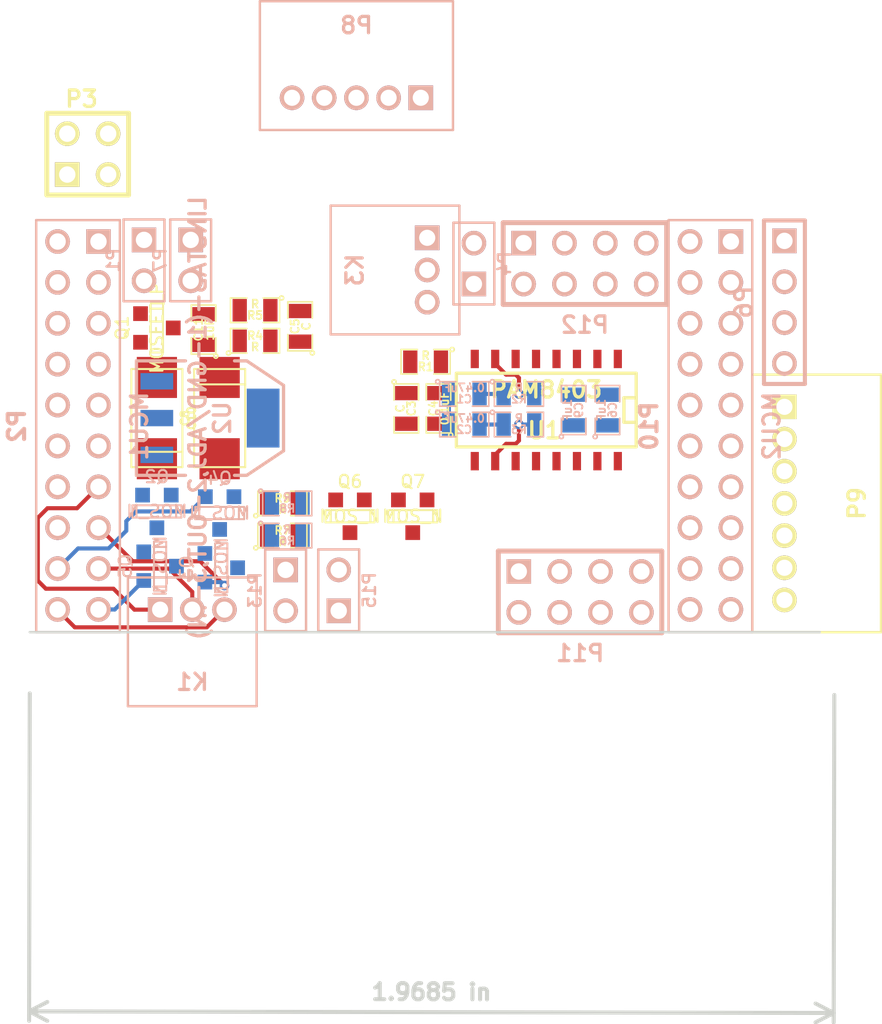
<source format=kicad_pcb>
(kicad_pcb (version 3) (host pcbnew "(2013-may-18)-stable")

  (general
    (links 111)
    (no_connects 100)
    (area 62.424999 71.824999 111.675001 71.975001)
    (thickness 1.6)
    (drawings 2)
    (tracks 49)
    (zones 0)
    (modules 43)
    (nets 58)
  )

  (page A3)
  (layers
    (15 F.Cu signal)
    (0 B.Cu signal)
    (16 B.Adhes user)
    (17 F.Adhes user)
    (18 B.Paste user)
    (19 F.Paste user)
    (20 B.SilkS user)
    (21 F.SilkS user)
    (22 B.Mask user)
    (23 F.Mask user)
    (24 Dwgs.User user)
    (25 Cmts.User user)
    (26 Eco1.User user)
    (27 Eco2.User user)
    (28 Edge.Cuts user)
  )

  (setup
    (last_trace_width 0.254)
    (trace_clearance 0.2)
    (zone_clearance 0.508)
    (zone_45_only no)
    (trace_min 0.254)
    (segment_width 0.2)
    (edge_width 0.15)
    (via_size 0.6)
    (via_drill 0.3)
    (via_min_size 0.6)
    (via_min_drill 0.3)
    (uvia_size 0.508)
    (uvia_drill 0.127)
    (uvias_allowed no)
    (uvia_min_size 0.508)
    (uvia_min_drill 0.127)
    (pcb_text_width 0.3)
    (pcb_text_size 1 1)
    (mod_edge_width 0.15)
    (mod_text_size 1 1)
    (mod_text_width 0.15)
    (pad_size 1 1)
    (pad_drill 0.6)
    (pad_to_mask_clearance 0)
    (aux_axis_origin 0 0)
    (visible_elements FFFFFFBF)
    (pcbplotparams
      (layerselection 3178497)
      (usegerberextensions true)
      (excludeedgelayer true)
      (linewidth 0.150000)
      (plotframeref false)
      (viasonmask false)
      (mode 1)
      (useauxorigin false)
      (hpglpennumber 1)
      (hpglpenspeed 20)
      (hpglpendiameter 15)
      (hpglpenoverlay 2)
      (psnegative false)
      (psa4output false)
      (plotreference true)
      (plotvalue true)
      (plotothertext true)
      (plotinvisibletext false)
      (padsonsilk false)
      (subtractmaskfromsilk false)
      (outputformat 1)
      (mirror false)
      (drillshape 1)
      (scaleselection 1)
      (outputdirectory ""))
  )

  (net 0 "")
  (net 1 +3.3V)
  (net 2 /movable)
  (net 3 GND)
  (net 4 N-000001)
  (net 5 N-0000010)
  (net 6 N-0000011)
  (net 7 N-0000012)
  (net 8 N-0000013)
  (net 9 N-0000014)
  (net 10 N-0000015)
  (net 11 N-0000016)
  (net 12 N-0000017)
  (net 13 N-0000018)
  (net 14 N-0000019)
  (net 15 N-000002)
  (net 16 N-0000020)
  (net 17 N-0000021)
  (net 18 N-0000022)
  (net 19 N-0000023)
  (net 20 N-0000024)
  (net 21 N-0000025)
  (net 22 N-0000026)
  (net 23 N-0000027)
  (net 24 N-0000028)
  (net 25 N-0000029)
  (net 26 N-000003)
  (net 27 N-0000030)
  (net 28 N-0000032)
  (net 29 N-0000035)
  (net 30 N-0000036)
  (net 31 N-0000037)
  (net 32 N-0000038)
  (net 33 N-0000039)
  (net 34 N-000004)
  (net 35 N-0000040)
  (net 36 N-0000041)
  (net 37 N-0000042)
  (net 38 N-0000043)
  (net 39 N-0000044)
  (net 40 N-0000045)
  (net 41 N-0000046)
  (net 42 N-0000047)
  (net 43 N-0000048)
  (net 44 N-0000049)
  (net 45 N-0000050)
  (net 46 N-0000051)
  (net 47 N-0000052)
  (net 48 N-0000053)
  (net 49 N-0000054)
  (net 50 N-0000055)
  (net 51 N-0000056)
  (net 52 N-0000057)
  (net 53 N-000006)
  (net 54 N-000007)
  (net 55 N-000008)
  (net 56 N-000009)
  (net 57 VCC)

  (net_class Default "This is the default net class."
    (clearance 0.2)
    (trace_width 0.254)
    (via_dia 0.6)
    (via_drill 0.3)
    (uvia_dia 0.508)
    (uvia_drill 0.127)
    (add_net "")
    (add_net +3.3V)
    (add_net /movable)
    (add_net GND)
    (add_net N-000001)
    (add_net N-0000010)
    (add_net N-0000011)
    (add_net N-0000012)
    (add_net N-0000013)
    (add_net N-0000014)
    (add_net N-0000015)
    (add_net N-0000016)
    (add_net N-0000017)
    (add_net N-0000018)
    (add_net N-0000019)
    (add_net N-000002)
    (add_net N-0000020)
    (add_net N-0000021)
    (add_net N-0000022)
    (add_net N-0000023)
    (add_net N-0000024)
    (add_net N-0000025)
    (add_net N-0000026)
    (add_net N-0000027)
    (add_net N-0000028)
    (add_net N-0000029)
    (add_net N-000003)
    (add_net N-0000030)
    (add_net N-0000032)
    (add_net N-0000035)
    (add_net N-0000036)
    (add_net N-0000037)
    (add_net N-0000038)
    (add_net N-0000039)
    (add_net N-000004)
    (add_net N-0000040)
    (add_net N-0000041)
    (add_net N-0000042)
    (add_net N-0000043)
    (add_net N-0000044)
    (add_net N-0000045)
    (add_net N-0000046)
    (add_net N-0000047)
    (add_net N-0000048)
    (add_net N-0000049)
    (add_net N-0000050)
    (add_net N-0000051)
    (add_net N-0000052)
    (add_net N-0000053)
    (add_net N-0000054)
    (add_net N-0000055)
    (add_net N-0000056)
    (add_net N-0000057)
    (add_net N-000006)
    (add_net N-000007)
    (add_net N-000008)
    (add_net N-000009)
    (add_net VCC)
  )

  (module SOT23GDS (layer B.Cu) (tedit 50911E03) (tstamp 557004B0)
    (at 74.3 64.5 180)
    (descr "Module CMS SOT23 Transistore EBC")
    (tags "CMS SOT")
    (path /556ED281)
    (attr smd)
    (fp_text reference Q4 (at 0 2.159 180) (layer B.SilkS)
      (effects (font (size 0.762 0.762) (thickness 0.12954)) (justify mirror))
    )
    (fp_text value MOS_N (at 0 0 180) (layer B.SilkS)
      (effects (font (size 0.762 0.762) (thickness 0.12954)) (justify mirror))
    )
    (fp_line (start -1.524 0.381) (end 1.524 0.381) (layer B.SilkS) (width 0.11938))
    (fp_line (start 1.524 0.381) (end 1.524 -0.381) (layer B.SilkS) (width 0.11938))
    (fp_line (start 1.524 -0.381) (end -1.524 -0.381) (layer B.SilkS) (width 0.11938))
    (fp_line (start -1.524 -0.381) (end -1.524 0.381) (layer B.SilkS) (width 0.11938))
    (pad S smd rect (at -0.889 1.016 180) (size 0.9144 0.9144)
      (layers B.Cu B.Paste B.Mask)
      (net 3 GND)
    )
    (pad G smd rect (at 0.889 1.016 180) (size 0.9144 0.9144)
      (layers B.Cu B.Paste B.Mask)
      (net 44 N-0000049)
    )
    (pad D smd rect (at 0 -1.016 180) (size 0.9144 0.9144)
      (layers B.Cu B.Paste B.Mask)
      (net 54 N-000007)
    )
    (model smd/cms_sot23.wrl
      (at (xyz 0 0 0))
      (scale (xyz 0.13 0.15 0.15))
      (rotate (xyz 0 0 0))
    )
  )

  (module SOT23GDS (layer B.Cu) (tedit 50911E03) (tstamp 557004BB)
    (at 74.4 67.9 270)
    (descr "Module CMS SOT23 Transistore EBC")
    (tags "CMS SOT")
    (path /556ED272)
    (attr smd)
    (fp_text reference Q3 (at 0 2.159 270) (layer B.SilkS)
      (effects (font (size 0.762 0.762) (thickness 0.12954)) (justify mirror))
    )
    (fp_text value MOS_N (at 0 0 270) (layer B.SilkS)
      (effects (font (size 0.762 0.762) (thickness 0.12954)) (justify mirror))
    )
    (fp_line (start -1.524 0.381) (end 1.524 0.381) (layer B.SilkS) (width 0.11938))
    (fp_line (start 1.524 0.381) (end 1.524 -0.381) (layer B.SilkS) (width 0.11938))
    (fp_line (start 1.524 -0.381) (end -1.524 -0.381) (layer B.SilkS) (width 0.11938))
    (fp_line (start -1.524 -0.381) (end -1.524 0.381) (layer B.SilkS) (width 0.11938))
    (pad S smd rect (at -0.889 1.016 270) (size 0.9144 0.9144)
      (layers B.Cu B.Paste B.Mask)
      (net 3 GND)
    )
    (pad G smd rect (at 0.889 1.016 270) (size 0.9144 0.9144)
      (layers B.Cu B.Paste B.Mask)
      (net 45 N-0000050)
    )
    (pad D smd rect (at 0 -1.016 270) (size 0.9144 0.9144)
      (layers B.Cu B.Paste B.Mask)
      (net 55 N-000008)
    )
    (model smd/cms_sot23.wrl
      (at (xyz 0 0 0))
      (scale (xyz 0.13 0.15 0.15))
      (rotate (xyz 0 0 0))
    )
  )

  (module SOT23GDS (layer F.Cu) (tedit 50911E03) (tstamp 557004C6)
    (at 86.3 64.7)
    (descr "Module CMS SOT23 Transistore EBC")
    (tags "CMS SOT")
    (path /556EF0D5)
    (attr smd)
    (fp_text reference Q7 (at 0 -2.159) (layer F.SilkS)
      (effects (font (size 0.762 0.762) (thickness 0.12954)))
    )
    (fp_text value MOS_N (at 0 0) (layer F.SilkS)
      (effects (font (size 0.762 0.762) (thickness 0.12954)))
    )
    (fp_line (start -1.524 -0.381) (end 1.524 -0.381) (layer F.SilkS) (width 0.11938))
    (fp_line (start 1.524 -0.381) (end 1.524 0.381) (layer F.SilkS) (width 0.11938))
    (fp_line (start 1.524 0.381) (end -1.524 0.381) (layer F.SilkS) (width 0.11938))
    (fp_line (start -1.524 0.381) (end -1.524 -0.381) (layer F.SilkS) (width 0.11938))
    (pad S smd rect (at -0.889 -1.016) (size 0.9144 0.9144)
      (layers F.Cu F.Paste F.Mask)
      (net 3 GND)
    )
    (pad G smd rect (at 0.889 -1.016) (size 0.9144 0.9144)
      (layers F.Cu F.Paste F.Mask)
      (net 48 N-0000053)
    )
    (pad D smd rect (at 0 1.016) (size 0.9144 0.9144)
      (layers F.Cu F.Paste F.Mask)
      (net 50 N-0000055)
    )
    (model smd/cms_sot23.wrl
      (at (xyz 0 0 0))
      (scale (xyz 0.13 0.15 0.15))
      (rotate (xyz 0 0 0))
    )
  )

  (module SOT23GDS (layer F.Cu) (tedit 50911E03) (tstamp 557004D1)
    (at 82.4 64.7)
    (descr "Module CMS SOT23 Transistore EBC")
    (tags "CMS SOT")
    (path /556EF094)
    (attr smd)
    (fp_text reference Q6 (at 0 -2.159) (layer F.SilkS)
      (effects (font (size 0.762 0.762) (thickness 0.12954)))
    )
    (fp_text value MOS_N (at 0 0) (layer F.SilkS)
      (effects (font (size 0.762 0.762) (thickness 0.12954)))
    )
    (fp_line (start -1.524 -0.381) (end 1.524 -0.381) (layer F.SilkS) (width 0.11938))
    (fp_line (start 1.524 -0.381) (end 1.524 0.381) (layer F.SilkS) (width 0.11938))
    (fp_line (start 1.524 0.381) (end -1.524 0.381) (layer F.SilkS) (width 0.11938))
    (fp_line (start -1.524 0.381) (end -1.524 -0.381) (layer F.SilkS) (width 0.11938))
    (pad S smd rect (at -0.889 -1.016) (size 0.9144 0.9144)
      (layers F.Cu F.Paste F.Mask)
      (net 3 GND)
    )
    (pad G smd rect (at 0.889 -1.016) (size 0.9144 0.9144)
      (layers F.Cu F.Paste F.Mask)
      (net 49 N-0000054)
    )
    (pad D smd rect (at 0 1.016) (size 0.9144 0.9144)
      (layers F.Cu F.Paste F.Mask)
      (net 51 N-0000056)
    )
    (model smd/cms_sot23.wrl
      (at (xyz 0 0 0))
      (scale (xyz 0.13 0.15 0.15))
      (rotate (xyz 0 0 0))
    )
  )

  (module SOT23GDS (layer F.Cu) (tedit 50911E03) (tstamp 557004DC)
    (at 70.4 53 90)
    (descr "Module CMS SOT23 Transistore EBC")
    (tags "CMS SOT")
    (path /556EE525)
    (attr smd)
    (fp_text reference Q1 (at 0 -2.159 90) (layer F.SilkS)
      (effects (font (size 0.762 0.762) (thickness 0.12954)))
    )
    (fp_text value MOSFET_P (at 0 0 90) (layer F.SilkS)
      (effects (font (size 0.762 0.762) (thickness 0.12954)))
    )
    (fp_line (start -1.524 -0.381) (end 1.524 -0.381) (layer F.SilkS) (width 0.11938))
    (fp_line (start 1.524 -0.381) (end 1.524 0.381) (layer F.SilkS) (width 0.11938))
    (fp_line (start 1.524 0.381) (end -1.524 0.381) (layer F.SilkS) (width 0.11938))
    (fp_line (start -1.524 0.381) (end -1.524 -0.381) (layer F.SilkS) (width 0.11938))
    (pad S smd rect (at -0.889 -1.016 90) (size 0.9144 0.9144)
      (layers F.Cu F.Paste F.Mask)
      (net 57 VCC)
    )
    (pad G smd rect (at 0.889 -1.016 90) (size 0.9144 0.9144)
      (layers F.Cu F.Paste F.Mask)
      (net 3 GND)
    )
    (pad D smd rect (at 0 1.016 90) (size 0.9144 0.9144)
      (layers F.Cu F.Paste F.Mask)
      (net 52 N-0000057)
    )
    (model smd/cms_sot23.wrl
      (at (xyz 0 0 0))
      (scale (xyz 0.13 0.15 0.15))
      (rotate (xyz 0 0 0))
    )
  )

  (module SOT23GDS (layer B.Cu) (tedit 50911E03) (tstamp 557004E7)
    (at 70.4 64.4 180)
    (descr "Module CMS SOT23 Transistore EBC")
    (tags "CMS SOT")
    (path /556ED263)
    (attr smd)
    (fp_text reference Q2 (at 0 2.159 180) (layer B.SilkS)
      (effects (font (size 0.762 0.762) (thickness 0.12954)) (justify mirror))
    )
    (fp_text value MOS_N (at 0 0 180) (layer B.SilkS)
      (effects (font (size 0.762 0.762) (thickness 0.12954)) (justify mirror))
    )
    (fp_line (start -1.524 0.381) (end 1.524 0.381) (layer B.SilkS) (width 0.11938))
    (fp_line (start 1.524 0.381) (end 1.524 -0.381) (layer B.SilkS) (width 0.11938))
    (fp_line (start 1.524 -0.381) (end -1.524 -0.381) (layer B.SilkS) (width 0.11938))
    (fp_line (start -1.524 -0.381) (end -1.524 0.381) (layer B.SilkS) (width 0.11938))
    (pad S smd rect (at -0.889 1.016 180) (size 0.9144 0.9144)
      (layers B.Cu B.Paste B.Mask)
      (net 3 GND)
    )
    (pad G smd rect (at 0.889 1.016 180) (size 0.9144 0.9144)
      (layers B.Cu B.Paste B.Mask)
      (net 46 N-0000051)
    )
    (pad D smd rect (at 0 -1.016 180) (size 0.9144 0.9144)
      (layers B.Cu B.Paste B.Mask)
      (net 56 N-000009)
    )
    (model smd/cms_sot23.wrl
      (at (xyz 0 0 0))
      (scale (xyz 0.13 0.15 0.15))
      (rotate (xyz 0 0 0))
    )
  )

  (module SOT23GDS (layer B.Cu) (tedit 50911E03) (tstamp 55701744)
    (at 70.6 67.8 270)
    (descr "Module CMS SOT23 Transistore EBC")
    (tags "CMS SOT")
    (path /556ED29A)
    (attr smd)
    (fp_text reference Q5 (at 0 2.159 270) (layer B.SilkS)
      (effects (font (size 0.762 0.762) (thickness 0.12954)) (justify mirror))
    )
    (fp_text value MOS_N (at 0 0 270) (layer B.SilkS)
      (effects (font (size 0.762 0.762) (thickness 0.12954)) (justify mirror))
    )
    (fp_line (start -1.524 0.381) (end 1.524 0.381) (layer B.SilkS) (width 0.11938))
    (fp_line (start 1.524 0.381) (end 1.524 -0.381) (layer B.SilkS) (width 0.11938))
    (fp_line (start 1.524 -0.381) (end -1.524 -0.381) (layer B.SilkS) (width 0.11938))
    (fp_line (start -1.524 -0.381) (end -1.524 0.381) (layer B.SilkS) (width 0.11938))
    (pad S smd rect (at -0.889 1.016 270) (size 0.9144 0.9144)
      (layers B.Cu B.Paste B.Mask)
      (net 3 GND)
    )
    (pad G smd rect (at 0.889 1.016 270) (size 0.9144 0.9144)
      (layers B.Cu B.Paste B.Mask)
      (net 43 N-0000048)
    )
    (pad D smd rect (at 0 -1.016 270) (size 0.9144 0.9144)
      (layers B.Cu B.Paste B.Mask)
      (net 28 N-0000032)
    )
    (model smd/cms_sot23.wrl
      (at (xyz 0 0 0))
      (scale (xyz 0.13 0.15 0.15))
      (rotate (xyz 0 0 0))
    )
  )

  (module SOT223 (layer B.Cu) (tedit 200000) (tstamp 55700502)
    (at 73.7 58.6 90)
    (descr "module CMS SOT223 4 pins")
    (tags "CMS SOT")
    (path /556D6EC9)
    (attr smd)
    (fp_text reference U2 (at 0 0.762 90) (layer B.SilkS)
      (effects (font (size 1.016 1.016) (thickness 0.2032)) (justify mirror))
    )
    (fp_text value "LINSTAB-(1-GND/ADJ,2-OUT,3-IN)" (at 0 -0.762 90) (layer B.SilkS)
      (effects (font (size 1.016 1.016) (thickness 0.2032)) (justify mirror))
    )
    (fp_line (start -3.556 -1.524) (end -3.556 -4.572) (layer B.SilkS) (width 0.2032))
    (fp_line (start -3.556 -4.572) (end 3.556 -4.572) (layer B.SilkS) (width 0.2032))
    (fp_line (start 3.556 -4.572) (end 3.556 -1.524) (layer B.SilkS) (width 0.2032))
    (fp_line (start -3.556 1.524) (end -3.556 2.286) (layer B.SilkS) (width 0.2032))
    (fp_line (start -3.556 2.286) (end -2.032 4.572) (layer B.SilkS) (width 0.2032))
    (fp_line (start -2.032 4.572) (end 2.032 4.572) (layer B.SilkS) (width 0.2032))
    (fp_line (start 2.032 4.572) (end 3.556 2.286) (layer B.SilkS) (width 0.2032))
    (fp_line (start 3.556 2.286) (end 3.556 1.524) (layer B.SilkS) (width 0.2032))
    (pad 4 smd rect (at 0 3.302 90) (size 3.6576 2.032)
      (layers B.Cu B.Paste B.Mask)
    )
    (pad 2 smd rect (at 0 -3.302 90) (size 1.016 2.032)
      (layers B.Cu B.Paste B.Mask)
      (net 1 +3.3V)
    )
    (pad 3 smd rect (at 2.286 -3.302 90) (size 1.016 2.032)
      (layers B.Cu B.Paste B.Mask)
      (net 57 VCC)
    )
    (pad 1 smd rect (at -2.286 -3.302 90) (size 1.016 2.032)
      (layers B.Cu B.Paste B.Mask)
      (net 3 GND)
    )
    (model smd/SOT223.wrl
      (at (xyz 0 0 0))
      (scale (xyz 0.4 0.4 0.4))
      (rotate (xyz 0 0 0))
    )
  )

  (module SO16N (layer F.Cu) (tedit 200000) (tstamp 5570051D)
    (at 94.6 58.1 180)
    (descr "Module CMS SOJ 16 pins large")
    (tags "CMS SOJ")
    (path /556EB9C1)
    (attr smd)
    (fp_text reference U1 (at 0.127 -1.27 180) (layer F.SilkS)
      (effects (font (size 1.016 1.016) (thickness 0.2032)))
    )
    (fp_text value PAM8403 (at 0 1.27 180) (layer F.SilkS)
      (effects (font (size 1.016 1.016) (thickness 0.2032)))
    )
    (fp_line (start -5.588 -0.762) (end -4.826 -0.762) (layer F.SilkS) (width 0.2032))
    (fp_line (start -4.826 -0.762) (end -4.826 0.762) (layer F.SilkS) (width 0.2032))
    (fp_line (start -4.826 0.762) (end -5.588 0.762) (layer F.SilkS) (width 0.2032))
    (fp_line (start 5.588 -2.286) (end 5.588 2.286) (layer F.SilkS) (width 0.2032))
    (fp_line (start 5.588 2.286) (end -5.588 2.286) (layer F.SilkS) (width 0.2032))
    (fp_line (start -5.588 2.286) (end -5.588 -2.286) (layer F.SilkS) (width 0.2032))
    (fp_line (start -5.588 -2.286) (end 5.588 -2.286) (layer F.SilkS) (width 0.2032))
    (pad 16 smd rect (at -4.445 -3.175 180) (size 0.508 1.143)
      (layers F.Cu F.Paste F.Mask)
      (net 13 N-0000018)
    )
    (pad 14 smd rect (at -1.905 -3.175 180) (size 0.508 1.143)
      (layers F.Cu F.Paste F.Mask)
      (net 14 N-0000019)
    )
    (pad 13 smd rect (at -0.635 -3.175 180) (size 0.508 1.143)
      (layers F.Cu F.Paste F.Mask)
      (net 57 VCC)
    )
    (pad 12 smd rect (at 0.635 -3.175 180) (size 0.508 1.143)
      (layers F.Cu F.Paste F.Mask)
      (net 57 VCC)
    )
    (pad 11 smd rect (at 1.905 -3.175 180) (size 0.508 1.143)
      (layers F.Cu F.Paste F.Mask)
      (net 3 GND)
    )
    (pad 10 smd rect (at 3.175 -3.175 180) (size 0.508 1.143)
      (layers F.Cu F.Paste F.Mask)
      (net 4 N-000001)
    )
    (pad 9 smd rect (at 4.445 -3.175 180) (size 0.508 1.143)
      (layers F.Cu F.Paste F.Mask)
      (net 3 GND)
    )
    (pad 8 smd rect (at 4.445 3.175 180) (size 0.508 1.143)
      (layers F.Cu F.Paste F.Mask)
      (net 8 N-0000013)
    )
    (pad 7 smd rect (at 3.175 3.175 180) (size 0.508 1.143)
      (layers F.Cu F.Paste F.Mask)
      (net 15 N-000002)
    )
    (pad 6 smd rect (at 1.905 3.175 180) (size 0.508 1.143)
      (layers F.Cu F.Paste F.Mask)
      (net 57 VCC)
    )
    (pad 5 smd rect (at 0.635 3.175 180) (size 0.508 1.143)
      (layers F.Cu F.Paste F.Mask)
      (net 57 VCC)
    )
    (pad 4 smd rect (at -0.635 3.175 180) (size 0.508 1.143)
      (layers F.Cu F.Paste F.Mask)
      (net 57 VCC)
    )
    (pad 3 smd rect (at -1.905 3.175 180) (size 0.508 1.143)
      (layers F.Cu F.Paste F.Mask)
      (net 17 N-0000021)
    )
    (pad 2 smd rect (at -3.175 3.175 180) (size 0.508 1.143)
      (layers F.Cu F.Paste F.Mask)
      (net 3 GND)
    )
    (pad 1 smd rect (at -4.445 3.175 180) (size 0.508 1.143)
      (layers F.Cu F.Paste F.Mask)
      (net 16 N-0000020)
    )
    (pad 15 smd rect (at -3.175 -3.175 180) (size 0.508 1.143)
      (layers F.Cu F.Paste F.Mask)
      (net 3 GND)
    )
    (model smd/cms_so16.wrl
      (at (xyz 0 0 0))
      (scale (xyz 0.5 0.4 0.5))
      (rotate (xyz 0 0 0))
    )
  )

  (module SM0805 (layer B.Cu) (tedit 5091495C) (tstamp 5570052A)
    (at 98.4 58.1 90)
    (path /556EC0A2)
    (attr smd)
    (fp_text reference C6 (at 0 0.3175 90) (layer B.SilkS)
      (effects (font (size 0.50038 0.50038) (thickness 0.10922)) (justify mirror))
    )
    (fp_text value 1uF (at 0 -0.381 90) (layer B.SilkS)
      (effects (font (size 0.50038 0.50038) (thickness 0.10922)) (justify mirror))
    )
    (fp_circle (center -1.651 -0.762) (end -1.651 -0.635) (layer B.SilkS) (width 0.09906))
    (fp_line (start -0.508 -0.762) (end -1.524 -0.762) (layer B.SilkS) (width 0.09906))
    (fp_line (start -1.524 -0.762) (end -1.524 0.762) (layer B.SilkS) (width 0.09906))
    (fp_line (start -1.524 0.762) (end -0.508 0.762) (layer B.SilkS) (width 0.09906))
    (fp_line (start 0.508 0.762) (end 1.524 0.762) (layer B.SilkS) (width 0.09906))
    (fp_line (start 1.524 0.762) (end 1.524 -0.762) (layer B.SilkS) (width 0.09906))
    (fp_line (start 1.524 -0.762) (end 0.508 -0.762) (layer B.SilkS) (width 0.09906))
    (pad 1 smd rect (at -0.9525 0 90) (size 0.889 1.397)
      (layers B.Cu B.Paste B.Mask)
      (net 57 VCC)
    )
    (pad 2 smd rect (at 0.9525 0 90) (size 0.889 1.397)
      (layers B.Cu B.Paste B.Mask)
      (net 3 GND)
    )
    (model smd/chip_cms.wrl
      (at (xyz 0 0 0))
      (scale (xyz 0.1 0.1 0.1))
      (rotate (xyz 0 0 0))
    )
  )

  (module SM0805 (layer F.Cu) (tedit 5091495C) (tstamp 55700537)
    (at 85.9 58 270)
    (path /556ECE94)
    (attr smd)
    (fp_text reference C3 (at 0 -0.3175 270) (layer F.SilkS)
      (effects (font (size 0.50038 0.50038) (thickness 0.10922)))
    )
    (fp_text value C (at 0 0.381 270) (layer F.SilkS)
      (effects (font (size 0.50038 0.50038) (thickness 0.10922)))
    )
    (fp_circle (center -1.651 0.762) (end -1.651 0.635) (layer F.SilkS) (width 0.09906))
    (fp_line (start -0.508 0.762) (end -1.524 0.762) (layer F.SilkS) (width 0.09906))
    (fp_line (start -1.524 0.762) (end -1.524 -0.762) (layer F.SilkS) (width 0.09906))
    (fp_line (start -1.524 -0.762) (end -0.508 -0.762) (layer F.SilkS) (width 0.09906))
    (fp_line (start 0.508 -0.762) (end 1.524 -0.762) (layer F.SilkS) (width 0.09906))
    (fp_line (start 1.524 -0.762) (end 1.524 0.762) (layer F.SilkS) (width 0.09906))
    (fp_line (start 1.524 0.762) (end 0.508 0.762) (layer F.SilkS) (width 0.09906))
    (pad 1 smd rect (at -0.9525 0 270) (size 0.889 1.397)
      (layers F.Cu F.Paste F.Mask)
      (net 6 N-0000011)
    )
    (pad 2 smd rect (at 0.9525 0 270) (size 0.889 1.397)
      (layers F.Cu F.Paste F.Mask)
      (net 3 GND)
    )
    (model smd/chip_cms.wrl
      (at (xyz 0 0 0))
      (scale (xyz 0.1 0.1 0.1))
      (rotate (xyz 0 0 0))
    )
  )

  (module SM0805 (layer F.Cu) (tedit 5091495C) (tstamp 55701123)
    (at 87.1 55.1 180)
    (path /556ECE7B)
    (attr smd)
    (fp_text reference R1 (at 0 -0.3175 180) (layer F.SilkS)
      (effects (font (size 0.50038 0.50038) (thickness 0.10922)))
    )
    (fp_text value R (at 0 0.381 180) (layer F.SilkS)
      (effects (font (size 0.50038 0.50038) (thickness 0.10922)))
    )
    (fp_circle (center -1.651 0.762) (end -1.651 0.635) (layer F.SilkS) (width 0.09906))
    (fp_line (start -0.508 0.762) (end -1.524 0.762) (layer F.SilkS) (width 0.09906))
    (fp_line (start -1.524 0.762) (end -1.524 -0.762) (layer F.SilkS) (width 0.09906))
    (fp_line (start -1.524 -0.762) (end -0.508 -0.762) (layer F.SilkS) (width 0.09906))
    (fp_line (start 0.508 -0.762) (end 1.524 -0.762) (layer F.SilkS) (width 0.09906))
    (fp_line (start 1.524 -0.762) (end 1.524 0.762) (layer F.SilkS) (width 0.09906))
    (fp_line (start 1.524 0.762) (end 0.508 0.762) (layer F.SilkS) (width 0.09906))
    (pad 1 smd rect (at -0.9525 0 180) (size 0.889 1.397)
      (layers F.Cu F.Paste F.Mask)
      (net 6 N-0000011)
    )
    (pad 2 smd rect (at 0.9525 0 180) (size 0.889 1.397)
      (layers F.Cu F.Paste F.Mask)
      (net 5 N-0000010)
    )
    (model smd/chip_cms.wrl
      (at (xyz 0 0 0))
      (scale (xyz 0.1 0.1 0.1))
      (rotate (xyz 0 0 0))
    )
  )

  (module SM0805 (layer F.Cu) (tedit 5091495C) (tstamp 55700551)
    (at 78.2 63.9)
    (path /556ED2A9)
    (attr smd)
    (fp_text reference R9 (at 0 -0.3175) (layer F.SilkS)
      (effects (font (size 0.50038 0.50038) (thickness 0.10922)))
    )
    (fp_text value R (at 0 0.381) (layer F.SilkS)
      (effects (font (size 0.50038 0.50038) (thickness 0.10922)))
    )
    (fp_circle (center -1.651 0.762) (end -1.651 0.635) (layer F.SilkS) (width 0.09906))
    (fp_line (start -0.508 0.762) (end -1.524 0.762) (layer F.SilkS) (width 0.09906))
    (fp_line (start -1.524 0.762) (end -1.524 -0.762) (layer F.SilkS) (width 0.09906))
    (fp_line (start -1.524 -0.762) (end -0.508 -0.762) (layer F.SilkS) (width 0.09906))
    (fp_line (start 0.508 -0.762) (end 1.524 -0.762) (layer F.SilkS) (width 0.09906))
    (fp_line (start 1.524 -0.762) (end 1.524 0.762) (layer F.SilkS) (width 0.09906))
    (fp_line (start 1.524 0.762) (end 0.508 0.762) (layer F.SilkS) (width 0.09906))
    (pad 1 smd rect (at -0.9525 0) (size 0.889 1.397)
      (layers F.Cu F.Paste F.Mask)
      (net 28 N-0000032)
    )
    (pad 2 smd rect (at 0.9525 0) (size 0.889 1.397)
      (layers F.Cu F.Paste F.Mask)
      (net 47 N-0000052)
    )
    (model smd/chip_cms.wrl
      (at (xyz 0 0 0))
      (scale (xyz 0.1 0.1 0.1))
      (rotate (xyz 0 0 0))
    )
  )

  (module SM0805 (layer B.Cu) (tedit 5091495C) (tstamp 5570055E)
    (at 78.5 63.9)
    (path /556ED2C7)
    (attr smd)
    (fp_text reference R8 (at 0 0.3175) (layer B.SilkS)
      (effects (font (size 0.50038 0.50038) (thickness 0.10922)) (justify mirror))
    )
    (fp_text value R (at 0 -0.381) (layer B.SilkS)
      (effects (font (size 0.50038 0.50038) (thickness 0.10922)) (justify mirror))
    )
    (fp_circle (center -1.651 -0.762) (end -1.651 -0.635) (layer B.SilkS) (width 0.09906))
    (fp_line (start -0.508 -0.762) (end -1.524 -0.762) (layer B.SilkS) (width 0.09906))
    (fp_line (start -1.524 -0.762) (end -1.524 0.762) (layer B.SilkS) (width 0.09906))
    (fp_line (start -1.524 0.762) (end -0.508 0.762) (layer B.SilkS) (width 0.09906))
    (fp_line (start 0.508 0.762) (end 1.524 0.762) (layer B.SilkS) (width 0.09906))
    (fp_line (start 1.524 0.762) (end 1.524 -0.762) (layer B.SilkS) (width 0.09906))
    (fp_line (start 1.524 -0.762) (end 0.508 -0.762) (layer B.SilkS) (width 0.09906))
    (pad 1 smd rect (at -0.9525 0) (size 0.889 1.397)
      (layers B.Cu B.Paste B.Mask)
      (net 54 N-000007)
    )
    (pad 2 smd rect (at 0.9525 0) (size 0.889 1.397)
      (layers B.Cu B.Paste B.Mask)
      (net 47 N-0000052)
    )
    (model smd/chip_cms.wrl
      (at (xyz 0 0 0))
      (scale (xyz 0.1 0.1 0.1))
      (rotate (xyz 0 0 0))
    )
  )

  (module SM0805 (layer F.Cu) (tedit 5091495C) (tstamp 5570056B)
    (at 78.2 65.9)
    (path /556ED2F4)
    (attr smd)
    (fp_text reference R7 (at 0 -0.3175) (layer F.SilkS)
      (effects (font (size 0.50038 0.50038) (thickness 0.10922)))
    )
    (fp_text value R (at 0 0.381) (layer F.SilkS)
      (effects (font (size 0.50038 0.50038) (thickness 0.10922)))
    )
    (fp_circle (center -1.651 0.762) (end -1.651 0.635) (layer F.SilkS) (width 0.09906))
    (fp_line (start -0.508 0.762) (end -1.524 0.762) (layer F.SilkS) (width 0.09906))
    (fp_line (start -1.524 0.762) (end -1.524 -0.762) (layer F.SilkS) (width 0.09906))
    (fp_line (start -1.524 -0.762) (end -0.508 -0.762) (layer F.SilkS) (width 0.09906))
    (fp_line (start 0.508 -0.762) (end 1.524 -0.762) (layer F.SilkS) (width 0.09906))
    (fp_line (start 1.524 -0.762) (end 1.524 0.762) (layer F.SilkS) (width 0.09906))
    (fp_line (start 1.524 0.762) (end 0.508 0.762) (layer F.SilkS) (width 0.09906))
    (pad 1 smd rect (at -0.9525 0) (size 0.889 1.397)
      (layers F.Cu F.Paste F.Mask)
      (net 55 N-000008)
    )
    (pad 2 smd rect (at 0.9525 0) (size 0.889 1.397)
      (layers F.Cu F.Paste F.Mask)
      (net 47 N-0000052)
    )
    (model smd/chip_cms.wrl
      (at (xyz 0 0 0))
      (scale (xyz 0.1 0.1 0.1))
      (rotate (xyz 0 0 0))
    )
  )

  (module SM0805 (layer B.Cu) (tedit 5091495C) (tstamp 55700578)
    (at 92.9 59)
    (path /556EC465)
    (attr smd)
    (fp_text reference R3 (at 0 0.3175) (layer B.SilkS)
      (effects (font (size 0.50038 0.50038) (thickness 0.10922)) (justify mirror))
    )
    (fp_text value R (at 0 -0.381) (layer B.SilkS)
      (effects (font (size 0.50038 0.50038) (thickness 0.10922)) (justify mirror))
    )
    (fp_circle (center -1.651 -0.762) (end -1.651 -0.635) (layer B.SilkS) (width 0.09906))
    (fp_line (start -0.508 -0.762) (end -1.524 -0.762) (layer B.SilkS) (width 0.09906))
    (fp_line (start -1.524 -0.762) (end -1.524 0.762) (layer B.SilkS) (width 0.09906))
    (fp_line (start -1.524 0.762) (end -0.508 0.762) (layer B.SilkS) (width 0.09906))
    (fp_line (start 0.508 0.762) (end 1.524 0.762) (layer B.SilkS) (width 0.09906))
    (fp_line (start 1.524 0.762) (end 1.524 -0.762) (layer B.SilkS) (width 0.09906))
    (fp_line (start 1.524 -0.762) (end 0.508 -0.762) (layer B.SilkS) (width 0.09906))
    (pad 1 smd rect (at -0.9525 0) (size 0.889 1.397)
      (layers B.Cu B.Paste B.Mask)
      (net 34 N-000004)
    )
    (pad 2 smd rect (at 0.9525 0) (size 0.889 1.397)
      (layers B.Cu B.Paste B.Mask)
      (net 4 N-000001)
    )
    (model smd/chip_cms.wrl
      (at (xyz 0 0 0))
      (scale (xyz 0.1 0.1 0.1))
      (rotate (xyz 0 0 0))
    )
  )

  (module SM0805 (layer B.Cu) (tedit 5091495C) (tstamp 55700585)
    (at 89.5 59)
    (path /556EC445)
    (attr smd)
    (fp_text reference C2 (at 0 0.3175) (layer B.SilkS)
      (effects (font (size 0.50038 0.50038) (thickness 0.10922)) (justify mirror))
    )
    (fp_text value 0.47uF (at 0 -0.381) (layer B.SilkS)
      (effects (font (size 0.50038 0.50038) (thickness 0.10922)) (justify mirror))
    )
    (fp_circle (center -1.651 -0.762) (end -1.651 -0.635) (layer B.SilkS) (width 0.09906))
    (fp_line (start -0.508 -0.762) (end -1.524 -0.762) (layer B.SilkS) (width 0.09906))
    (fp_line (start -1.524 -0.762) (end -1.524 0.762) (layer B.SilkS) (width 0.09906))
    (fp_line (start -1.524 0.762) (end -0.508 0.762) (layer B.SilkS) (width 0.09906))
    (fp_line (start 0.508 0.762) (end 1.524 0.762) (layer B.SilkS) (width 0.09906))
    (fp_line (start 1.524 0.762) (end 1.524 -0.762) (layer B.SilkS) (width 0.09906))
    (fp_line (start 1.524 -0.762) (end 0.508 -0.762) (layer B.SilkS) (width 0.09906))
    (pad 1 smd rect (at -0.9525 0) (size 0.889 1.397)
      (layers B.Cu B.Paste B.Mask)
      (net 6 N-0000011)
    )
    (pad 2 smd rect (at 0.9525 0) (size 0.889 1.397)
      (layers B.Cu B.Paste B.Mask)
      (net 34 N-000004)
    )
    (model smd/chip_cms.wrl
      (at (xyz 0 0 0))
      (scale (xyz 0.1 0.1 0.1))
      (rotate (xyz 0 0 0))
    )
  )

  (module SM0805 (layer B.Cu) (tedit 5091495C) (tstamp 55700592)
    (at 89.5 57.1)
    (path /556EC184)
    (attr smd)
    (fp_text reference C1 (at 0 0.3175) (layer B.SilkS)
      (effects (font (size 0.50038 0.50038) (thickness 0.10922)) (justify mirror))
    )
    (fp_text value 0.47uF (at 0 -0.381) (layer B.SilkS)
      (effects (font (size 0.50038 0.50038) (thickness 0.10922)) (justify mirror))
    )
    (fp_circle (center -1.651 -0.762) (end -1.651 -0.635) (layer B.SilkS) (width 0.09906))
    (fp_line (start -0.508 -0.762) (end -1.524 -0.762) (layer B.SilkS) (width 0.09906))
    (fp_line (start -1.524 -0.762) (end -1.524 0.762) (layer B.SilkS) (width 0.09906))
    (fp_line (start -1.524 0.762) (end -0.508 0.762) (layer B.SilkS) (width 0.09906))
    (fp_line (start 0.508 0.762) (end 1.524 0.762) (layer B.SilkS) (width 0.09906))
    (fp_line (start 1.524 0.762) (end 1.524 -0.762) (layer B.SilkS) (width 0.09906))
    (fp_line (start 1.524 -0.762) (end 0.508 -0.762) (layer B.SilkS) (width 0.09906))
    (pad 1 smd rect (at -0.9525 0) (size 0.889 1.397)
      (layers B.Cu B.Paste B.Mask)
      (net 6 N-0000011)
    )
    (pad 2 smd rect (at 0.9525 0) (size 0.889 1.397)
      (layers B.Cu B.Paste B.Mask)
      (net 26 N-000003)
    )
    (model smd/chip_cms.wrl
      (at (xyz 0 0 0))
      (scale (xyz 0.1 0.1 0.1))
      (rotate (xyz 0 0 0))
    )
  )

  (module SM0805 (layer B.Cu) (tedit 5091495C) (tstamp 5570059F)
    (at 92.9 57.1)
    (path /556EC175)
    (attr smd)
    (fp_text reference R2 (at 0 0.3175) (layer B.SilkS)
      (effects (font (size 0.50038 0.50038) (thickness 0.10922)) (justify mirror))
    )
    (fp_text value R (at 0 -0.381) (layer B.SilkS)
      (effects (font (size 0.50038 0.50038) (thickness 0.10922)) (justify mirror))
    )
    (fp_circle (center -1.651 -0.762) (end -1.651 -0.635) (layer B.SilkS) (width 0.09906))
    (fp_line (start -0.508 -0.762) (end -1.524 -0.762) (layer B.SilkS) (width 0.09906))
    (fp_line (start -1.524 -0.762) (end -1.524 0.762) (layer B.SilkS) (width 0.09906))
    (fp_line (start -1.524 0.762) (end -0.508 0.762) (layer B.SilkS) (width 0.09906))
    (fp_line (start 0.508 0.762) (end 1.524 0.762) (layer B.SilkS) (width 0.09906))
    (fp_line (start 1.524 0.762) (end 1.524 -0.762) (layer B.SilkS) (width 0.09906))
    (fp_line (start 1.524 -0.762) (end 0.508 -0.762) (layer B.SilkS) (width 0.09906))
    (pad 1 smd rect (at -0.9525 0) (size 0.889 1.397)
      (layers B.Cu B.Paste B.Mask)
      (net 26 N-000003)
    )
    (pad 2 smd rect (at 0.9525 0) (size 0.889 1.397)
      (layers B.Cu B.Paste B.Mask)
      (net 15 N-000002)
    )
    (model smd/chip_cms.wrl
      (at (xyz 0 0 0))
      (scale (xyz 0.1 0.1 0.1))
      (rotate (xyz 0 0 0))
    )
  )

  (module SM0805 (layer F.Cu) (tedit 5091495C) (tstamp 557005AC)
    (at 73.3 53.1 90)
    (path /556EBE33)
    (attr smd)
    (fp_text reference C11 (at 0 -0.3175 90) (layer F.SilkS)
      (effects (font (size 0.50038 0.50038) (thickness 0.10922)))
    )
    (fp_text value 1uF (at 0 0.381 90) (layer F.SilkS)
      (effects (font (size 0.50038 0.50038) (thickness 0.10922)))
    )
    (fp_circle (center -1.651 0.762) (end -1.651 0.635) (layer F.SilkS) (width 0.09906))
    (fp_line (start -0.508 0.762) (end -1.524 0.762) (layer F.SilkS) (width 0.09906))
    (fp_line (start -1.524 0.762) (end -1.524 -0.762) (layer F.SilkS) (width 0.09906))
    (fp_line (start -1.524 -0.762) (end -0.508 -0.762) (layer F.SilkS) (width 0.09906))
    (fp_line (start 0.508 -0.762) (end 1.524 -0.762) (layer F.SilkS) (width 0.09906))
    (fp_line (start 1.524 -0.762) (end 1.524 0.762) (layer F.SilkS) (width 0.09906))
    (fp_line (start 1.524 0.762) (end 0.508 0.762) (layer F.SilkS) (width 0.09906))
    (pad 1 smd rect (at -0.9525 0 90) (size 0.889 1.397)
      (layers F.Cu F.Paste F.Mask)
      (net 57 VCC)
    )
    (pad 2 smd rect (at 0.9525 0 90) (size 0.889 1.397)
      (layers F.Cu F.Paste F.Mask)
      (net 3 GND)
    )
    (model smd/chip_cms.wrl
      (at (xyz 0 0 0))
      (scale (xyz 0.1 0.1 0.1))
      (rotate (xyz 0 0 0))
    )
  )

  (module SM0805 (layer B.Cu) (tedit 5091495C) (tstamp 557005B9)
    (at 96.3 58.1 90)
    (path /556EBE24)
    (attr smd)
    (fp_text reference C9 (at 0 0.3175 90) (layer B.SilkS)
      (effects (font (size 0.50038 0.50038) (thickness 0.10922)) (justify mirror))
    )
    (fp_text value 1uF (at 0 -0.381 90) (layer B.SilkS)
      (effects (font (size 0.50038 0.50038) (thickness 0.10922)) (justify mirror))
    )
    (fp_circle (center -1.651 -0.762) (end -1.651 -0.635) (layer B.SilkS) (width 0.09906))
    (fp_line (start -0.508 -0.762) (end -1.524 -0.762) (layer B.SilkS) (width 0.09906))
    (fp_line (start -1.524 -0.762) (end -1.524 0.762) (layer B.SilkS) (width 0.09906))
    (fp_line (start -1.524 0.762) (end -0.508 0.762) (layer B.SilkS) (width 0.09906))
    (fp_line (start 0.508 0.762) (end 1.524 0.762) (layer B.SilkS) (width 0.09906))
    (fp_line (start 1.524 0.762) (end 1.524 -0.762) (layer B.SilkS) (width 0.09906))
    (fp_line (start 1.524 -0.762) (end 0.508 -0.762) (layer B.SilkS) (width 0.09906))
    (pad 1 smd rect (at -0.9525 0 90) (size 0.889 1.397)
      (layers B.Cu B.Paste B.Mask)
      (net 57 VCC)
    )
    (pad 2 smd rect (at 0.9525 0 90) (size 0.889 1.397)
      (layers B.Cu B.Paste B.Mask)
      (net 3 GND)
    )
    (model smd/chip_cms.wrl
      (at (xyz 0 0 0))
      (scale (xyz 0.1 0.1 0.1))
      (rotate (xyz 0 0 0))
    )
  )

  (module SM0805 (layer B.Cu) (tedit 5091495C) (tstamp 557005C6)
    (at 78.5 65.9)
    (path /556ED303)
    (attr smd)
    (fp_text reference R6 (at 0 0.3175) (layer B.SilkS)
      (effects (font (size 0.50038 0.50038) (thickness 0.10922)) (justify mirror))
    )
    (fp_text value R (at 0 -0.381) (layer B.SilkS)
      (effects (font (size 0.50038 0.50038) (thickness 0.10922)) (justify mirror))
    )
    (fp_circle (center -1.651 -0.762) (end -1.651 -0.635) (layer B.SilkS) (width 0.09906))
    (fp_line (start -0.508 -0.762) (end -1.524 -0.762) (layer B.SilkS) (width 0.09906))
    (fp_line (start -1.524 -0.762) (end -1.524 0.762) (layer B.SilkS) (width 0.09906))
    (fp_line (start -1.524 0.762) (end -0.508 0.762) (layer B.SilkS) (width 0.09906))
    (fp_line (start 0.508 0.762) (end 1.524 0.762) (layer B.SilkS) (width 0.09906))
    (fp_line (start 1.524 0.762) (end 1.524 -0.762) (layer B.SilkS) (width 0.09906))
    (fp_line (start 1.524 -0.762) (end 0.508 -0.762) (layer B.SilkS) (width 0.09906))
    (pad 1 smd rect (at -0.9525 0) (size 0.889 1.397)
      (layers B.Cu B.Paste B.Mask)
      (net 56 N-000009)
    )
    (pad 2 smd rect (at 0.9525 0) (size 0.889 1.397)
      (layers B.Cu B.Paste B.Mask)
      (net 47 N-0000052)
    )
    (model smd/chip_cms.wrl
      (at (xyz 0 0 0))
      (scale (xyz 0.1 0.1 0.1))
      (rotate (xyz 0 0 0))
    )
  )

  (module SM0805 (layer F.Cu) (tedit 5091495C) (tstamp 557005D3)
    (at 87.9 58 90)
    (path /556EBB47)
    (attr smd)
    (fp_text reference C4 (at 0 -0.3175 90) (layer F.SilkS)
      (effects (font (size 0.50038 0.50038) (thickness 0.10922)))
    )
    (fp_text value 0.1uF (at 0 0.381 90) (layer F.SilkS)
      (effects (font (size 0.50038 0.50038) (thickness 0.10922)))
    )
    (fp_circle (center -1.651 0.762) (end -1.651 0.635) (layer F.SilkS) (width 0.09906))
    (fp_line (start -0.508 0.762) (end -1.524 0.762) (layer F.SilkS) (width 0.09906))
    (fp_line (start -1.524 0.762) (end -1.524 -0.762) (layer F.SilkS) (width 0.09906))
    (fp_line (start -1.524 -0.762) (end -0.508 -0.762) (layer F.SilkS) (width 0.09906))
    (fp_line (start 0.508 -0.762) (end 1.524 -0.762) (layer F.SilkS) (width 0.09906))
    (fp_line (start 1.524 -0.762) (end 1.524 0.762) (layer F.SilkS) (width 0.09906))
    (fp_line (start 1.524 0.762) (end 0.508 0.762) (layer F.SilkS) (width 0.09906))
    (pad 1 smd rect (at -0.9525 0 90) (size 0.889 1.397)
      (layers F.Cu F.Paste F.Mask)
      (net 3 GND)
    )
    (pad 2 smd rect (at 0.9525 0 90) (size 0.889 1.397)
      (layers F.Cu F.Paste F.Mask)
      (net 8 N-0000013)
    )
    (model smd/chip_cms.wrl
      (at (xyz 0 0 0))
      (scale (xyz 0.1 0.1 0.1))
      (rotate (xyz 0 0 0))
    )
  )

  (module SM0805 (layer F.Cu) (tedit 5091495C) (tstamp 557005E0)
    (at 79.3 52.9 90)
    (path /556D7214)
    (attr smd)
    (fp_text reference C5 (at 0 -0.3175 90) (layer F.SilkS)
      (effects (font (size 0.50038 0.50038) (thickness 0.10922)))
    )
    (fp_text value C (at 0 0.381 90) (layer F.SilkS)
      (effects (font (size 0.50038 0.50038) (thickness 0.10922)))
    )
    (fp_circle (center -1.651 0.762) (end -1.651 0.635) (layer F.SilkS) (width 0.09906))
    (fp_line (start -0.508 0.762) (end -1.524 0.762) (layer F.SilkS) (width 0.09906))
    (fp_line (start -1.524 0.762) (end -1.524 -0.762) (layer F.SilkS) (width 0.09906))
    (fp_line (start -1.524 -0.762) (end -0.508 -0.762) (layer F.SilkS) (width 0.09906))
    (fp_line (start 0.508 -0.762) (end 1.524 -0.762) (layer F.SilkS) (width 0.09906))
    (fp_line (start 1.524 -0.762) (end 1.524 0.762) (layer F.SilkS) (width 0.09906))
    (fp_line (start 1.524 0.762) (end 0.508 0.762) (layer F.SilkS) (width 0.09906))
    (pad 1 smd rect (at -0.9525 0 90) (size 0.889 1.397)
      (layers F.Cu F.Paste F.Mask)
      (net 57 VCC)
    )
    (pad 2 smd rect (at 0.9525 0 90) (size 0.889 1.397)
      (layers F.Cu F.Paste F.Mask)
      (net 3 GND)
    )
    (model smd/chip_cms.wrl
      (at (xyz 0 0 0))
      (scale (xyz 0.1 0.1 0.1))
      (rotate (xyz 0 0 0))
    )
  )

  (module SM0805 (layer F.Cu) (tedit 5091495C) (tstamp 557005ED)
    (at 76.5 53.8)
    (path /556EF6D2)
    (attr smd)
    (fp_text reference R4 (at 0 -0.3175) (layer F.SilkS)
      (effects (font (size 0.50038 0.50038) (thickness 0.10922)))
    )
    (fp_text value R (at 0 0.381) (layer F.SilkS)
      (effects (font (size 0.50038 0.50038) (thickness 0.10922)))
    )
    (fp_circle (center -1.651 0.762) (end -1.651 0.635) (layer F.SilkS) (width 0.09906))
    (fp_line (start -0.508 0.762) (end -1.524 0.762) (layer F.SilkS) (width 0.09906))
    (fp_line (start -1.524 0.762) (end -1.524 -0.762) (layer F.SilkS) (width 0.09906))
    (fp_line (start -1.524 -0.762) (end -0.508 -0.762) (layer F.SilkS) (width 0.09906))
    (fp_line (start 0.508 -0.762) (end 1.524 -0.762) (layer F.SilkS) (width 0.09906))
    (fp_line (start 1.524 -0.762) (end 1.524 0.762) (layer F.SilkS) (width 0.09906))
    (fp_line (start 1.524 0.762) (end 0.508 0.762) (layer F.SilkS) (width 0.09906))
    (pad 1 smd rect (at -0.9525 0) (size 0.889 1.397)
      (layers F.Cu F.Paste F.Mask)
      (net 57 VCC)
    )
    (pad 2 smd rect (at 0.9525 0) (size 0.889 1.397)
      (layers F.Cu F.Paste F.Mask)
      (net 40 N-0000045)
    )
    (model smd/chip_cms.wrl
      (at (xyz 0 0 0))
      (scale (xyz 0.1 0.1 0.1))
      (rotate (xyz 0 0 0))
    )
  )

  (module SM0805 (layer F.Cu) (tedit 5091495C) (tstamp 557005FA)
    (at 76.5 51.9 180)
    (path /556EF6E1)
    (attr smd)
    (fp_text reference R5 (at 0 -0.3175 180) (layer F.SilkS)
      (effects (font (size 0.50038 0.50038) (thickness 0.10922)))
    )
    (fp_text value R (at 0 0.381 180) (layer F.SilkS)
      (effects (font (size 0.50038 0.50038) (thickness 0.10922)))
    )
    (fp_circle (center -1.651 0.762) (end -1.651 0.635) (layer F.SilkS) (width 0.09906))
    (fp_line (start -0.508 0.762) (end -1.524 0.762) (layer F.SilkS) (width 0.09906))
    (fp_line (start -1.524 0.762) (end -1.524 -0.762) (layer F.SilkS) (width 0.09906))
    (fp_line (start -1.524 -0.762) (end -0.508 -0.762) (layer F.SilkS) (width 0.09906))
    (fp_line (start 0.508 -0.762) (end 1.524 -0.762) (layer F.SilkS) (width 0.09906))
    (fp_line (start 1.524 -0.762) (end 1.524 0.762) (layer F.SilkS) (width 0.09906))
    (fp_line (start 1.524 0.762) (end 0.508 0.762) (layer F.SilkS) (width 0.09906))
    (pad 1 smd rect (at -0.9525 0 180) (size 0.889 1.397)
      (layers F.Cu F.Paste F.Mask)
      (net 40 N-0000045)
    )
    (pad 2 smd rect (at 0.9525 0 180) (size 0.889 1.397)
      (layers F.Cu F.Paste F.Mask)
      (net 3 GND)
    )
    (model smd/chip_cms.wrl
      (at (xyz 0 0 0))
      (scale (xyz 0.1 0.1 0.1))
      (rotate (xyz 0 0 0))
    )
  )

  (module pin_array_4x2 (layer B.Cu) (tedit 3FAB90E6) (tstamp 55700617)
    (at 97 49)
    (descr "Double rangee de contacts 2 x 4 pins")
    (tags CONN)
    (path /556D6CDB)
    (fp_text reference P12 (at 0 3.81) (layer B.SilkS)
      (effects (font (size 1.016 1.016) (thickness 0.2032)) (justify mirror))
    )
    (fp_text value NRF24L01 (at 0 -3.81) (layer B.SilkS) hide
      (effects (font (size 1.016 1.016) (thickness 0.2032)) (justify mirror))
    )
    (fp_line (start -5.08 2.54) (end 5.08 2.54) (layer B.SilkS) (width 0.3048))
    (fp_line (start 5.08 2.54) (end 5.08 -2.54) (layer B.SilkS) (width 0.3048))
    (fp_line (start 5.08 -2.54) (end -5.08 -2.54) (layer B.SilkS) (width 0.3048))
    (fp_line (start -5.08 -2.54) (end -5.08 2.54) (layer B.SilkS) (width 0.3048))
    (pad 1 thru_hole rect (at -3.81 -1.27) (size 1.524 1.524) (drill 1.016)
      (layers *.Cu *.Mask B.SilkS)
      (net 3 GND)
    )
    (pad 2 thru_hole circle (at -3.81 1.27) (size 1.524 1.524) (drill 1.016)
      (layers *.Cu *.Mask B.SilkS)
      (net 1 +3.3V)
    )
    (pad 3 thru_hole circle (at -1.27 -1.27) (size 1.524 1.524) (drill 1.016)
      (layers *.Cu *.Mask B.SilkS)
      (net 2 /movable)
    )
    (pad 4 thru_hole circle (at -1.27 1.27) (size 1.524 1.524) (drill 1.016)
      (layers *.Cu *.Mask B.SilkS)
      (net 19 N-0000023)
    )
    (pad 5 thru_hole circle (at 1.27 -1.27) (size 1.524 1.524) (drill 1.016)
      (layers *.Cu *.Mask B.SilkS)
      (net 20 N-0000024)
    )
    (pad 6 thru_hole circle (at 1.27 1.27) (size 1.524 1.524) (drill 1.016)
      (layers *.Cu *.Mask B.SilkS)
      (net 21 N-0000025)
    )
    (pad 7 thru_hole circle (at 3.81 -1.27) (size 1.524 1.524) (drill 1.016)
      (layers *.Cu *.Mask B.SilkS)
      (net 22 N-0000026)
    )
    (pad 8 thru_hole circle (at 3.81 1.27) (size 1.524 1.524) (drill 1.016)
      (layers *.Cu *.Mask B.SilkS)
      (net 2 /movable)
    )
    (model pin_array/pins_array_4x2.wrl
      (at (xyz 0 0 0))
      (scale (xyz 1 1 1))
      (rotate (xyz 0 0 0))
    )
  )

  (module PIN_ARRAY_4x1 (layer B.Cu) (tedit 4C10F42E) (tstamp 55700A0B)
    (at 109.4 51.4 270)
    (descr "Double rangee de contacts 2 x 5 pins")
    (tags CONN)
    (path /556EE2EA)
    (fp_text reference P6 (at 0 2.54 270) (layer B.SilkS)
      (effects (font (size 1.016 1.016) (thickness 0.2032)) (justify mirror))
    )
    (fp_text value USART1 (at 0 -2.54 270) (layer B.SilkS) hide
      (effects (font (size 1.016 1.016) (thickness 0.2032)) (justify mirror))
    )
    (fp_line (start 5.08 -1.27) (end -5.08 -1.27) (layer B.SilkS) (width 0.254))
    (fp_line (start 5.08 1.27) (end -5.08 1.27) (layer B.SilkS) (width 0.254))
    (fp_line (start -5.08 1.27) (end -5.08 -1.27) (layer B.SilkS) (width 0.254))
    (fp_line (start 5.08 -1.27) (end 5.08 1.27) (layer B.SilkS) (width 0.254))
    (pad 1 thru_hole rect (at -3.81 0 270) (size 1.524 1.524) (drill 1.016)
      (layers *.Cu *.Mask B.SilkS)
      (net 3 GND)
    )
    (pad 2 thru_hole circle (at -1.27 0 270) (size 1.524 1.524) (drill 1.016)
      (layers *.Cu *.Mask B.SilkS)
    )
    (pad 3 thru_hole circle (at 1.27 0 270) (size 1.524 1.524) (drill 1.016)
      (layers *.Cu *.Mask B.SilkS)
      (net 35 N-0000040)
    )
    (pad 4 thru_hole circle (at 3.81 0 270) (size 1.524 1.524) (drill 1.016)
      (layers *.Cu *.Mask B.SilkS)
      (net 33 N-0000039)
    )
    (model pin_array\pins_array_4x1.wrl
      (at (xyz 0 0 0))
      (scale (xyz 1 1 1))
      (rotate (xyz 0 0 0))
    )
  )

  (module PIN_ARRAY_2X1 (layer B.Cu) (tedit 4565C520) (tstamp 55700645)
    (at 69.6 48.8 270)
    (descr "Connecteurs 2 pins")
    (tags "CONN DEV")
    (path /556EE6C5)
    (fp_text reference P1 (at 0 1.905 270) (layer B.SilkS)
      (effects (font (size 0.762 0.762) (thickness 0.1524)) (justify mirror))
    )
    (fp_text value Power (at 0 1.905 270) (layer B.SilkS) hide
      (effects (font (size 0.762 0.762) (thickness 0.1524)) (justify mirror))
    )
    (fp_line (start -2.54 -1.27) (end -2.54 1.27) (layer B.SilkS) (width 0.1524))
    (fp_line (start -2.54 1.27) (end 2.54 1.27) (layer B.SilkS) (width 0.1524))
    (fp_line (start 2.54 1.27) (end 2.54 -1.27) (layer B.SilkS) (width 0.1524))
    (fp_line (start 2.54 -1.27) (end -2.54 -1.27) (layer B.SilkS) (width 0.1524))
    (pad 1 thru_hole rect (at -1.27 0 270) (size 1.524 1.524) (drill 1.016)
      (layers *.Cu *.Mask B.SilkS)
      (net 3 GND)
    )
    (pad 2 thru_hole circle (at 1.27 0 270) (size 1.524 1.524) (drill 1.016)
      (layers *.Cu *.Mask B.SilkS)
      (net 52 N-0000057)
    )
    (model pin_array/pins_array_2x1.wrl
      (at (xyz 0 0 0))
      (scale (xyz 1 1 1))
      (rotate (xyz 0 0 0))
    )
  )

  (module PIN_ARRAY_2X1 (layer B.Cu) (tedit 4565C520) (tstamp 5570064F)
    (at 81.7 69.3 90)
    (descr "Connecteurs 2 pins")
    (tags "CONN DEV")
    (path /556EF085)
    (fp_text reference P15 (at 0 1.905 90) (layer B.SilkS)
      (effects (font (size 0.762 0.762) (thickness 0.1524)) (justify mirror))
    )
    (fp_text value Vibro&flash (at 0 1.905 90) (layer B.SilkS) hide
      (effects (font (size 0.762 0.762) (thickness 0.1524)) (justify mirror))
    )
    (fp_line (start -2.54 -1.27) (end -2.54 1.27) (layer B.SilkS) (width 0.1524))
    (fp_line (start -2.54 1.27) (end 2.54 1.27) (layer B.SilkS) (width 0.1524))
    (fp_line (start 2.54 1.27) (end 2.54 -1.27) (layer B.SilkS) (width 0.1524))
    (fp_line (start 2.54 -1.27) (end -2.54 -1.27) (layer B.SilkS) (width 0.1524))
    (pad 1 thru_hole rect (at -1.27 0 90) (size 1.524 1.524) (drill 1.016)
      (layers *.Cu *.Mask B.SilkS)
      (net 50 N-0000055)
    )
    (pad 2 thru_hole circle (at 1.27 0 90) (size 1.524 1.524) (drill 1.016)
      (layers *.Cu *.Mask B.SilkS)
      (net 51 N-0000056)
    )
    (model pin_array/pins_array_2x1.wrl
      (at (xyz 0 0 0))
      (scale (xyz 1 1 1))
      (rotate (xyz 0 0 0))
    )
  )

  (module PIN_ARRAY_2X1 (layer B.Cu) (tedit 4565C520) (tstamp 55700659)
    (at 72.5 48.8 270)
    (descr "Connecteurs 2 pins")
    (tags "CONN DEV")
    (path /556ECC56)
    (fp_text reference P7 (at 0 1.905 270) (layer B.SilkS)
      (effects (font (size 0.762 0.762) (thickness 0.1524)) (justify mirror))
    )
    (fp_text value Fire&Reload (at 0 1.905 270) (layer B.SilkS) hide
      (effects (font (size 0.762 0.762) (thickness 0.1524)) (justify mirror))
    )
    (fp_line (start -2.54 -1.27) (end -2.54 1.27) (layer B.SilkS) (width 0.1524))
    (fp_line (start -2.54 1.27) (end 2.54 1.27) (layer B.SilkS) (width 0.1524))
    (fp_line (start 2.54 1.27) (end 2.54 -1.27) (layer B.SilkS) (width 0.1524))
    (fp_line (start 2.54 -1.27) (end -2.54 -1.27) (layer B.SilkS) (width 0.1524))
    (pad 1 thru_hole rect (at -1.27 0 270) (size 1.524 1.524) (drill 1.016)
      (layers *.Cu *.Mask B.SilkS)
      (net 7 N-0000012)
    )
    (pad 2 thru_hole circle (at 1.27 0 270) (size 1.524 1.524) (drill 1.016)
      (layers *.Cu *.Mask B.SilkS)
      (net 53 N-000006)
    )
    (model pin_array/pins_array_2x1.wrl
      (at (xyz 0 0 0))
      (scale (xyz 1 1 1))
      (rotate (xyz 0 0 0))
    )
  )

  (module PIN_ARRAY_2X1 (layer B.Cu) (tedit 4565C520) (tstamp 55700663)
    (at 78.4 69.3 270)
    (descr "Connecteurs 2 pins")
    (tags "CONN DEV")
    (path /556ED98F)
    (fp_text reference P13 (at 0 1.905 270) (layer B.SilkS)
      (effects (font (size 0.762 0.762) (thickness 0.1524)) (justify mirror))
    )
    (fp_text value IR_LED (at 0 1.905 270) (layer B.SilkS) hide
      (effects (font (size 0.762 0.762) (thickness 0.1524)) (justify mirror))
    )
    (fp_line (start -2.54 -1.27) (end -2.54 1.27) (layer B.SilkS) (width 0.1524))
    (fp_line (start -2.54 1.27) (end 2.54 1.27) (layer B.SilkS) (width 0.1524))
    (fp_line (start 2.54 1.27) (end 2.54 -1.27) (layer B.SilkS) (width 0.1524))
    (fp_line (start 2.54 -1.27) (end -2.54 -1.27) (layer B.SilkS) (width 0.1524))
    (pad 1 thru_hole rect (at -1.27 0 270) (size 1.524 1.524) (drill 1.016)
      (layers *.Cu *.Mask B.SilkS)
      (net 47 N-0000052)
    )
    (pad 2 thru_hole circle (at 1.27 0 270) (size 1.524 1.524) (drill 1.016)
      (layers *.Cu *.Mask B.SilkS)
      (net 57 VCC)
    )
    (model pin_array/pins_array_2x1.wrl
      (at (xyz 0 0 0))
      (scale (xyz 1 1 1))
      (rotate (xyz 0 0 0))
    )
  )

  (module pin_array_10x2 (layer B.Cu) (tedit 5564B49A) (tstamp 55700693)
    (at 104.8 59.1 270)
    (tags CONN)
    (path /556C5A05)
    (fp_text reference P10 (at 0 3.81 270) (layer B.SilkS)
      (effects (font (size 1.016 1.016) (thickness 0.254)) (justify mirror))
    )
    (fp_text value MCU2 (at 0 -3.81 270) (layer B.SilkS)
      (effects (font (size 1.016 1.016) (thickness 0.2032)) (justify mirror))
    )
    (fp_line (start -12.8 2.6) (end 12.8 2.6) (layer B.SilkS) (width 0.15))
    (fp_line (start 12.8 2.6) (end 12.8 -2.6) (layer B.SilkS) (width 0.15))
    (fp_line (start 12.8 -2.6) (end -12.8 -2.6) (layer B.SilkS) (width 0.15))
    (fp_line (start -12.8 -2.6) (end -12.8 2.6) (layer B.SilkS) (width 0.15))
    (pad 1 thru_hole rect (at -11.47 -1.27 270) (size 1.524 1.524) (drill 1.016)
      (layers *.Cu *.Mask B.SilkS)
      (net 39 N-0000044)
    )
    (pad 2 thru_hole circle (at -11.47 1.27 270) (size 1.524 1.524) (drill 1.016)
      (layers *.Cu *.Mask B.SilkS)
      (net 38 N-0000043)
    )
    (pad 3 thru_hole circle (at -8.93 -1.27 270) (size 1.524 1.524) (drill 1.016)
      (layers *.Cu *.Mask B.SilkS)
      (net 19 N-0000023)
    )
    (pad 4 thru_hole circle (at -8.93 1.27 270) (size 1.524 1.524) (drill 1.016)
      (layers *.Cu *.Mask B.SilkS)
      (net 20 N-0000024)
    )
    (pad 5 thru_hole circle (at -6.39 -1.27 270) (size 1.524 1.524) (drill 1.016)
      (layers *.Cu *.Mask B.SilkS)
      (net 22 N-0000026)
    )
    (pad 6 thru_hole circle (at -6.39 1.27 270) (size 1.524 1.524) (drill 1.016)
      (layers *.Cu *.Mask B.SilkS)
      (net 21 N-0000025)
    )
    (pad 7 thru_hole circle (at -3.85 -1.27 270) (size 1.524 1.524) (drill 1.016)
      (layers *.Cu *.Mask B.SilkS)
      (net 37 N-0000042)
    )
    (pad 8 thru_hole circle (at -3.85 1.27 270) (size 1.524 1.524) (drill 1.016)
      (layers *.Cu *.Mask B.SilkS)
      (net 36 N-0000041)
    )
    (pad 9 thru_hole circle (at -1.31 -1.27 270) (size 1.524 1.524) (drill 1.016)
      (layers *.Cu *.Mask B.SilkS)
      (net 35 N-0000040)
    )
    (pad 10 thru_hole circle (at -1.31 1.27 270) (size 1.524 1.524) (drill 1.016)
      (layers *.Cu *.Mask B.SilkS)
      (net 33 N-0000039)
    )
    (pad 11 thru_hole circle (at 1.23 -1.27 270) (size 1.524 1.524) (drill 1.016)
      (layers *.Cu *.Mask B.SilkS)
      (net 29 N-0000035)
    )
    (pad 12 thru_hole circle (at 1.23 1.27 270) (size 1.524 1.524) (drill 1.016)
      (layers *.Cu *.Mask B.SilkS)
      (net 32 N-0000038)
    )
    (pad 13 thru_hole circle (at 3.77 -1.27 270) (size 1.524 1.524) (drill 1.016)
      (layers *.Cu *.Mask B.SilkS)
      (net 23 N-0000027)
    )
    (pad 14 thru_hole circle (at 3.77 1.27 270) (size 1.524 1.524) (drill 1.016)
      (layers *.Cu *.Mask B.SilkS)
      (net 24 N-0000028)
    )
    (pad 15 thru_hole circle (at 6.31 -1.27 270) (size 1.524 1.524) (drill 1.016)
      (layers *.Cu *.Mask B.SilkS)
      (net 27 N-0000030)
    )
    (pad 16 thru_hole circle (at 6.31 1.27 270) (size 1.524 1.524) (drill 1.016)
      (layers *.Cu *.Mask B.SilkS)
      (net 25 N-0000029)
    )
    (pad 17 thru_hole circle (at 8.85 -1.27 270) (size 1.524 1.524) (drill 1.016)
      (layers *.Cu *.Mask B.SilkS)
      (net 18 N-0000022)
    )
    (pad 18 thru_hole circle (at 8.85 1.27 270) (size 1.524 1.524) (drill 1.016)
      (layers *.Cu *.Mask B.SilkS)
      (net 2 /movable)
    )
    (pad 19 thru_hole circle (at 11.39 -1.27 270) (size 1.524 1.524) (drill 1.016)
      (layers *.Cu *.Mask B.SilkS)
      (net 2 /movable)
    )
    (pad 20 thru_hole circle (at 11.39 1.27 270) (size 1.524 1.524) (drill 1.016)
      (layers *.Cu *.Mask B.SilkS)
      (net 31 N-0000037)
    )
  )

  (module pin_array_10x2 (layer B.Cu) (tedit 5564B49A) (tstamp 557006AF)
    (at 65.5 59.1 270)
    (tags CONN)
    (path /556C59EB)
    (fp_text reference P2 (at 0 3.81 270) (layer B.SilkS)
      (effects (font (size 1.016 1.016) (thickness 0.254)) (justify mirror))
    )
    (fp_text value MCU1 (at 0 -3.81 270) (layer B.SilkS)
      (effects (font (size 1.016 1.016) (thickness 0.2032)) (justify mirror))
    )
    (fp_line (start -12.8 2.6) (end 12.8 2.6) (layer B.SilkS) (width 0.15))
    (fp_line (start 12.8 2.6) (end 12.8 -2.6) (layer B.SilkS) (width 0.15))
    (fp_line (start 12.8 -2.6) (end -12.8 -2.6) (layer B.SilkS) (width 0.15))
    (fp_line (start -12.8 -2.6) (end -12.8 2.6) (layer B.SilkS) (width 0.15))
    (pad 1 thru_hole rect (at -11.47 -1.27 270) (size 1.524 1.524) (drill 1.016)
      (layers *.Cu *.Mask B.SilkS)
      (net 3 GND)
    )
    (pad 2 thru_hole circle (at -11.47 1.27 270) (size 1.524 1.524) (drill 1.016)
      (layers *.Cu *.Mask B.SilkS)
      (net 1 +3.3V)
    )
    (pad 3 thru_hole circle (at -8.93 -1.27 270) (size 1.524 1.524) (drill 1.016)
      (layers *.Cu *.Mask B.SilkS)
    )
    (pad 4 thru_hole circle (at -8.93 1.27 270) (size 1.524 1.524) (drill 1.016)
      (layers *.Cu *.Mask B.SilkS)
      (net 12 N-0000017)
    )
    (pad 5 thru_hole circle (at -6.39 -1.27 270) (size 1.524 1.524) (drill 1.016)
      (layers *.Cu *.Mask B.SilkS)
      (net 11 N-0000016)
    )
    (pad 6 thru_hole circle (at -6.39 1.27 270) (size 1.524 1.524) (drill 1.016)
      (layers *.Cu *.Mask B.SilkS)
      (net 10 N-0000015)
    )
    (pad 7 thru_hole circle (at -3.85 -1.27 270) (size 1.524 1.524) (drill 1.016)
      (layers *.Cu *.Mask B.SilkS)
      (net 9 N-0000014)
    )
    (pad 8 thru_hole circle (at -3.85 1.27 270) (size 1.524 1.524) (drill 1.016)
      (layers *.Cu *.Mask B.SilkS)
      (net 7 N-0000012)
    )
    (pad 9 thru_hole circle (at -1.31 -1.27 270) (size 1.524 1.524) (drill 1.016)
      (layers *.Cu *.Mask B.SilkS)
      (net 53 N-000006)
    )
    (pad 10 thru_hole circle (at -1.31 1.27 270) (size 1.524 1.524) (drill 1.016)
      (layers *.Cu *.Mask B.SilkS)
      (net 49 N-0000054)
    )
    (pad 11 thru_hole circle (at 1.23 -1.27 270) (size 1.524 1.524) (drill 1.016)
      (layers *.Cu *.Mask B.SilkS)
      (net 48 N-0000053)
    )
    (pad 12 thru_hole circle (at 1.23 1.27 270) (size 1.524 1.524) (drill 1.016)
      (layers *.Cu *.Mask B.SilkS)
      (net 5 N-0000010)
    )
    (pad 13 thru_hole circle (at 3.77 -1.27 270) (size 1.524 1.524) (drill 1.016)
      (layers *.Cu *.Mask B.SilkS)
      (net 30 N-0000036)
    )
    (pad 14 thru_hole circle (at 3.77 1.27 270) (size 1.524 1.524) (drill 1.016)
      (layers *.Cu *.Mask B.SilkS)
      (net 46 N-0000051)
    )
    (pad 15 thru_hole circle (at 6.31 -1.27 270) (size 1.524 1.524) (drill 1.016)
      (layers *.Cu *.Mask B.SilkS)
      (net 45 N-0000050)
    )
    (pad 16 thru_hole circle (at 6.31 1.27 270) (size 1.524 1.524) (drill 1.016)
      (layers *.Cu *.Mask B.SilkS)
      (net 40 N-0000045)
    )
    (pad 17 thru_hole circle (at 8.85 -1.27 270) (size 1.524 1.524) (drill 1.016)
      (layers *.Cu *.Mask B.SilkS)
      (net 42 N-0000047)
    )
    (pad 18 thru_hole circle (at 8.85 1.27 270) (size 1.524 1.524) (drill 1.016)
      (layers *.Cu *.Mask B.SilkS)
      (net 44 N-0000049)
    )
    (pad 19 thru_hole circle (at 11.39 -1.27 270) (size 1.524 1.524) (drill 1.016)
      (layers *.Cu *.Mask B.SilkS)
      (net 43 N-0000048)
    )
    (pad 20 thru_hole circle (at 11.39 1.27 270) (size 1.524 1.524) (drill 1.016)
      (layers *.Cu *.Mask B.SilkS)
      (net 41 N-0000046)
    )
  )

  (module PIN_ARRAY-7X1-2mm-horiz (layer F.Cu) (tedit 54E63935) (tstamp 55700D78)
    (at 109.4 63.9 270)
    (descr "Connector 7 pins")
    (tags "CONN DEV")
    (path /556F5741)
    (fp_text reference P9 (at 0 -4.5 270) (layer F.SilkS)
      (effects (font (size 1.016 1.016) (thickness 0.2032)))
    )
    (fp_text value Display1 (at 0 -2.5 270) (layer F.SilkS) hide
      (effects (font (size 1.016 0.889) (thickness 0.2032)))
    )
    (fp_line (start -8 -6) (end 8 -6) (layer F.SilkS) (width 0.15))
    (fp_line (start 8 -6) (end 8 2) (layer F.SilkS) (width 0.15))
    (fp_line (start 8 2) (end -8 2) (layer F.SilkS) (width 0.15))
    (fp_line (start -8 2) (end -8 -6) (layer F.SilkS) (width 0.15))
    (pad 1 thru_hole rect (at -6 0 270) (size 1.524 1.524) (drill 1)
      (layers *.Cu *.Mask F.SilkS)
      (net 39 N-0000044)
    )
    (pad 2 thru_hole circle (at -4 0 270) (size 1.524 1.524) (drill 1)
      (layers *.Cu *.Mask F.SilkS)
      (net 38 N-0000043)
    )
    (pad 3 thru_hole circle (at -2 0 270) (size 1.524 1.524) (drill 1)
      (layers *.Cu *.Mask F.SilkS)
      (net 37 N-0000042)
    )
    (pad 4 thru_hole circle (at 0 0 270) (size 1.524 1.524) (drill 1)
      (layers *.Cu *.Mask F.SilkS)
      (net 36 N-0000041)
    )
    (pad 5 thru_hole circle (at 2 0 270) (size 1.524 1.524) (drill 1)
      (layers *.Cu *.Mask F.SilkS)
      (net 29 N-0000035)
    )
    (pad 6 thru_hole circle (at 4 0 270) (size 1.524 1.524) (drill 1)
      (layers *.Cu *.Mask F.SilkS)
      (net 32 N-0000038)
    )
    (pad 7 thru_hole circle (at 6 0 270) (size 1.524 1.524) (drill 1)
      (layers *.Cu *.Mask F.SilkS)
      (net 31 N-0000037)
    )
  )

  (module PIN_ARRAY-3X1-2mm-horiz (layer B.Cu) (tedit 54E63A7D) (tstamp 557006E4)
    (at 72.6 70.5)
    (descr "Connector 7 pins")
    (tags "CONN DEV")
    (path /556EFB8B)
    (fp_text reference K1 (at 0 4.5) (layer B.SilkS)
      (effects (font (size 1.016 1.016) (thickness 0.2032)) (justify mirror))
    )
    (fp_text value Display2 (at 0 2.5) (layer B.SilkS) hide
      (effects (font (size 1.016 0.889) (thickness 0.2032)) (justify mirror))
    )
    (fp_line (start -4 6) (end 4 6) (layer B.SilkS) (width 0.15))
    (fp_line (start 4 6) (end 4 -2) (layer B.SilkS) (width 0.15))
    (fp_line (start 4 -2) (end -4 -2) (layer B.SilkS) (width 0.15))
    (fp_line (start -4 -2) (end -4 6) (layer B.SilkS) (width 0.15))
    (pad 1 thru_hole rect (at -2 0) (size 1.524 1.524) (drill 1)
      (layers *.Cu *.Mask B.SilkS)
      (net 30 N-0000036)
    )
    (pad 2 thru_hole circle (at 0 0) (size 1.524 1.524) (drill 1)
      (layers *.Cu *.Mask B.SilkS)
      (net 42 N-0000047)
    )
    (pad 3 thru_hole circle (at 2 0) (size 1.524 1.524) (drill 1)
      (layers *.Cu *.Mask B.SilkS)
      (net 41 N-0000046)
    )
  )

  (module c_tant_C (layer F.Cu) (tedit 4D5D91B9) (tstamp 557006FA)
    (at 74.3 58.6 90)
    (descr "SMT capacitor, tantalum size C")
    (path /556EBE15)
    (fp_text reference C8 (at 0 -2.159 90) (layer F.SilkS)
      (effects (font (size 0.50038 0.50038) (thickness 0.11938)))
    )
    (fp_text value 470uF (at 0 2.0955 90) (layer F.SilkS) hide
      (effects (font (size 0.50038 0.50038) (thickness 0.11938)))
    )
    (fp_line (start 2.0955 -1.5875) (end 2.0955 1.5875) (layer F.SilkS) (width 0.127))
    (fp_line (start -3.048 -1.5875) (end -3.048 1.5875) (layer F.SilkS) (width 0.127))
    (fp_line (start -3.048 1.5875) (end 3.048 1.5875) (layer F.SilkS) (width 0.127))
    (fp_line (start 3.048 1.5875) (end 3.048 -1.5875) (layer F.SilkS) (width 0.127))
    (fp_line (start 3.048 -1.5875) (end -3.048 -1.5875) (layer F.SilkS) (width 0.127))
    (pad 1 smd rect (at 2.52476 0 90) (size 2.55016 2.49936)
      (layers F.Cu F.Paste F.Mask)
      (net 57 VCC)
    )
    (pad 2 smd rect (at -2.52476 0 90) (size 2.55016 2.49936)
      (layers F.Cu F.Paste F.Mask)
      (net 3 GND)
    )
    (model smd/capacitors/c_tant_C.wrl
      (at (xyz 0 0 0))
      (scale (xyz 1 1 1))
      (rotate (xyz 0 0 0))
    )
  )

  (module c_tant_C (layer F.Cu) (tedit 4D5D91B9) (tstamp 55700705)
    (at 70.4 58.6 270)
    (descr "SMT capacitor, tantalum size C")
    (path /556D6EE2)
    (fp_text reference C10 (at 0 -2.159 270) (layer F.SilkS)
      (effects (font (size 0.50038 0.50038) (thickness 0.11938)))
    )
    (fp_text value CP1 (at 0 2.0955 270) (layer F.SilkS) hide
      (effects (font (size 0.50038 0.50038) (thickness 0.11938)))
    )
    (fp_line (start 2.0955 -1.5875) (end 2.0955 1.5875) (layer F.SilkS) (width 0.127))
    (fp_line (start -3.048 -1.5875) (end -3.048 1.5875) (layer F.SilkS) (width 0.127))
    (fp_line (start -3.048 1.5875) (end 3.048 1.5875) (layer F.SilkS) (width 0.127))
    (fp_line (start 3.048 1.5875) (end 3.048 -1.5875) (layer F.SilkS) (width 0.127))
    (fp_line (start 3.048 -1.5875) (end -3.048 -1.5875) (layer F.SilkS) (width 0.127))
    (pad 1 smd rect (at 2.52476 0 270) (size 2.55016 2.49936)
      (layers F.Cu F.Paste F.Mask)
      (net 1 +3.3V)
    )
    (pad 2 smd rect (at -2.52476 0 270) (size 2.55016 2.49936)
      (layers F.Cu F.Paste F.Mask)
      (net 3 GND)
    )
    (model smd/capacitors/c_tant_C.wrl
      (at (xyz 0 0 0))
      (scale (xyz 1 1 1))
      (rotate (xyz 0 0 0))
    )
  )

  (module PIN_ARRAY_2X1 (layer B.Cu) (tedit 4565C520) (tstamp 5570112E)
    (at 90.1 49 90)
    (descr "Connecteurs 2 pins")
    (tags "CONN DEV")
    (path /556EC5B4)
    (fp_text reference P4 (at 0 1.905 90) (layer B.SilkS)
      (effects (font (size 0.762 0.762) (thickness 0.1524)) (justify mirror))
    )
    (fp_text value Speaker1 (at 0 1.905 90) (layer B.SilkS) hide
      (effects (font (size 0.762 0.762) (thickness 0.1524)) (justify mirror))
    )
    (fp_line (start -2.54 -1.27) (end -2.54 1.27) (layer B.SilkS) (width 0.1524))
    (fp_line (start -2.54 1.27) (end 2.54 1.27) (layer B.SilkS) (width 0.1524))
    (fp_line (start 2.54 1.27) (end 2.54 -1.27) (layer B.SilkS) (width 0.1524))
    (fp_line (start 2.54 -1.27) (end -2.54 -1.27) (layer B.SilkS) (width 0.1524))
    (pad 1 thru_hole rect (at -1.27 0 90) (size 1.524 1.524) (drill 1.016)
      (layers *.Cu *.Mask B.SilkS)
      (net 17 N-0000021)
    )
    (pad 2 thru_hole circle (at 1.27 0 90) (size 1.524 1.524) (drill 1.016)
      (layers *.Cu *.Mask B.SilkS)
      (net 16 N-0000020)
    )
    (model pin_array/pins_array_2x1.wrl
      (at (xyz 0 0 0))
      (scale (xyz 1 1 1))
      (rotate (xyz 0 0 0))
    )
  )

  (module PIN_ARRAY-3X1-2mm-horiz (layer B.Cu) (tedit 54E63A7D) (tstamp 557013B9)
    (at 87.2 49.4 270)
    (descr "Connector 7 pins")
    (tags "CONN DEV")
    (path /556F7212)
    (fp_text reference K3 (at 0 4.5 270) (layer B.SilkS)
      (effects (font (size 1.016 1.016) (thickness 0.2032)) (justify mirror))
    )
    (fp_text value VCC (at 0 2.5 270) (layer B.SilkS) hide
      (effects (font (size 1.016 0.889) (thickness 0.2032)) (justify mirror))
    )
    (fp_line (start -4 6) (end 4 6) (layer B.SilkS) (width 0.15))
    (fp_line (start 4 6) (end 4 -2) (layer B.SilkS) (width 0.15))
    (fp_line (start 4 -2) (end -4 -2) (layer B.SilkS) (width 0.15))
    (fp_line (start -4 -2) (end -4 6) (layer B.SilkS) (width 0.15))
    (pad 1 thru_hole rect (at -2 0 270) (size 1.524 1.524) (drill 1)
      (layers *.Cu *.Mask B.SilkS)
      (net 57 VCC)
    )
    (pad 2 thru_hole circle (at 0 0 270) (size 1.524 1.524) (drill 1)
      (layers *.Cu *.Mask B.SilkS)
      (net 57 VCC)
    )
    (pad 3 thru_hole circle (at 2 0 270) (size 1.524 1.524) (drill 1)
      (layers *.Cu *.Mask B.SilkS)
      (net 57 VCC)
    )
  )

  (module PIN_ARRAY-5X1-2mm-horiz (layer B.Cu) (tedit 54E63A2C) (tstamp 55701425)
    (at 82.8 38.7 180)
    (descr "Connector 7 pins")
    (tags "CONN DEV")
    (path /556F7CB5)
    (fp_text reference P8 (at 0 4.5 180) (layer B.SilkS)
      (effects (font (size 1.016 1.016) (thickness 0.2032)) (justify mirror))
    )
    (fp_text value GND (at 0 2.5 180) (layer B.SilkS) hide
      (effects (font (size 1.016 0.889) (thickness 0.2032)) (justify mirror))
    )
    (fp_line (start -6 -2) (end 6 -2) (layer B.SilkS) (width 0.15))
    (fp_line (start 6 -2) (end 6 6) (layer B.SilkS) (width 0.15))
    (fp_line (start 6 6) (end -6 6) (layer B.SilkS) (width 0.15))
    (fp_line (start -6 -2) (end -6 6) (layer B.SilkS) (width 0.15))
    (pad 1 thru_hole rect (at -4 0 180) (size 1.524 1.524) (drill 1)
      (layers *.Cu *.Mask B.SilkS)
      (net 3 GND)
    )
    (pad 2 thru_hole circle (at -2 0 180) (size 1.524 1.524) (drill 1)
      (layers *.Cu *.Mask B.SilkS)
      (net 3 GND)
    )
    (pad 3 thru_hole circle (at 0 0 180) (size 1.524 1.524) (drill 1)
      (layers *.Cu *.Mask B.SilkS)
      (net 3 GND)
    )
    (pad 4 thru_hole circle (at 2 0 180) (size 1.524 1.524) (drill 1)
      (layers *.Cu *.Mask B.SilkS)
      (net 3 GND)
    )
    (pad 5 thru_hole circle (at 4 0 180) (size 1.524 1.524) (drill 1)
      (layers *.Cu *.Mask B.SilkS)
      (net 3 GND)
    )
  )

  (module pin_array_4x2 (layer B.Cu) (tedit 3FAB90E6) (tstamp 55701972)
    (at 96.7 69.4)
    (descr "Double rangee de contacts 2 x 4 pins")
    (tags CONN)
    (path /556C5A62)
    (fp_text reference P11 (at 0 3.81) (layer B.SilkS)
      (effects (font (size 1.016 1.016) (thickness 0.2032)) (justify mirror))
    )
    (fp_text value RFID-RC522-MODULE (at 0 -3.81) (layer B.SilkS) hide
      (effects (font (size 1.016 1.016) (thickness 0.2032)) (justify mirror))
    )
    (fp_line (start -5.08 2.54) (end 5.08 2.54) (layer B.SilkS) (width 0.3048))
    (fp_line (start 5.08 2.54) (end 5.08 -2.54) (layer B.SilkS) (width 0.3048))
    (fp_line (start 5.08 -2.54) (end -5.08 -2.54) (layer B.SilkS) (width 0.3048))
    (fp_line (start -5.08 -2.54) (end -5.08 2.54) (layer B.SilkS) (width 0.3048))
    (pad 1 thru_hole rect (at -3.81 -1.27) (size 1.524 1.524) (drill 1.016)
      (layers *.Cu *.Mask B.SilkS)
      (net 23 N-0000027)
    )
    (pad 2 thru_hole circle (at -3.81 1.27) (size 1.524 1.524) (drill 1.016)
      (layers *.Cu *.Mask B.SilkS)
      (net 24 N-0000028)
    )
    (pad 3 thru_hole circle (at -1.27 -1.27) (size 1.524 1.524) (drill 1.016)
      (layers *.Cu *.Mask B.SilkS)
      (net 25 N-0000029)
    )
    (pad 4 thru_hole circle (at -1.27 1.27) (size 1.524 1.524) (drill 1.016)
      (layers *.Cu *.Mask B.SilkS)
      (net 27 N-0000030)
    )
    (pad 5 thru_hole circle (at 1.27 -1.27) (size 1.524 1.524) (drill 1.016)
      (layers *.Cu *.Mask B.SilkS)
      (net 18 N-0000022)
    )
    (pad 6 thru_hole circle (at 1.27 1.27) (size 1.524 1.524) (drill 1.016)
      (layers *.Cu *.Mask B.SilkS)
      (net 3 GND)
    )
    (pad 7 thru_hole circle (at 3.81 -1.27) (size 1.524 1.524) (drill 1.016)
      (layers *.Cu *.Mask B.SilkS)
      (net 1 +3.3V)
    )
    (pad 8 thru_hole circle (at 3.81 1.27) (size 1.524 1.524) (drill 1.016)
      (layers *.Cu *.Mask B.SilkS)
      (net 1 +3.3V)
    )
    (model pin_array/pins_array_4x2.wrl
      (at (xyz 0 0 0))
      (scale (xyz 1 1 1))
      (rotate (xyz 0 0 0))
    )
  )

  (module PIN_ARRAY_2X2 (layer F.Cu) (tedit 3FAB87D4) (tstamp 55701A1E)
    (at 66.1 42.2)
    (descr "Double rangee de contacts 2 x 2 pins")
    (tags CONN)
    (path /556ECA61)
    (fp_text reference P3 (at -0.381 -3.429) (layer F.SilkS)
      (effects (font (size 1.016 1.016) (thickness 0.2032)))
    )
    (fp_text value Mag&fireMode (at 0 3.048) (layer F.SilkS) hide
      (effects (font (size 1.016 1.016) (thickness 0.2032)))
    )
    (fp_line (start -2.54 -2.54) (end 2.54 -2.54) (layer F.SilkS) (width 0.3048))
    (fp_line (start 2.54 -2.54) (end 2.54 2.54) (layer F.SilkS) (width 0.3048))
    (fp_line (start 2.54 2.54) (end -2.54 2.54) (layer F.SilkS) (width 0.3048))
    (fp_line (start -2.54 2.54) (end -2.54 -2.54) (layer F.SilkS) (width 0.3048))
    (pad 1 thru_hole rect (at -1.27 1.27) (size 1.524 1.524) (drill 1.016)
      (layers *.Cu *.Mask F.SilkS)
      (net 12 N-0000017)
    )
    (pad 2 thru_hole circle (at -1.27 -1.27) (size 1.524 1.524) (drill 1.016)
      (layers *.Cu *.Mask F.SilkS)
      (net 11 N-0000016)
    )
    (pad 3 thru_hole circle (at 1.27 1.27) (size 1.524 1.524) (drill 1.016)
      (layers *.Cu *.Mask F.SilkS)
      (net 10 N-0000015)
    )
    (pad 4 thru_hole circle (at 1.27 -1.27) (size 1.524 1.524) (drill 1.016)
      (layers *.Cu *.Mask F.SilkS)
      (net 9 N-0000014)
    )
    (model pin_array/pins_array_2x2.wrl
      (at (xyz 0 0 0))
      (scale (xyz 1 1 1))
      (rotate (xyz 0 0 0))
    )
  )

  (gr_line (start 111.6 71.9) (end 62.5 71.9) (angle 90) (layer Edge.Cuts) (width 0.15))
  (dimension 50.0001 (width 0.25) (layer Edge.Cuts)
    (gr_text "50,000 mm" (at 87.458482 96.508718 359.8854086) (layer Edge.Cuts)
      (effects (font (size 1 1) (thickness 0.25)))
    )
    (feature1 (pts (xy 62.5 75.7) (xy 62.456483 97.458716)))
    (feature2 (pts (xy 112.5 75.8) (xy 112.456483 97.558716)))
    (crossbar (pts (xy 112.460482 95.55872) (xy 62.460482 95.45872)))
    (arrow1a (pts (xy 62.460482 95.45872) (xy 63.588156 94.874554)))
    (arrow1b (pts (xy 62.460482 95.45872) (xy 63.58581 96.047392)))
    (arrow2a (pts (xy 112.460482 95.55872) (xy 111.335154 94.970048)))
    (arrow2b (pts (xy 112.460482 95.55872) (xy 111.332808 96.142886)))
  )

  (segment (start 91.425 61.275) (end 91.425 60.875) (width 0.254) (layer F.Cu) (net 4))
  (segment (start 91.425 60.875) (end 92.1 60.2) (width 0.254) (layer F.Cu) (net 4) (tstamp 5570080A))
  (segment (start 92.1 60.2) (end 92.7 60.2) (width 0.254) (layer F.Cu) (net 4) (tstamp 5570080B))
  (segment (start 92.7 60.2) (end 92.9 60) (width 0.254) (layer F.Cu) (net 4) (tstamp 5570080C))
  (segment (start 92.9 60) (end 92.9 59) (width 0.254) (layer F.Cu) (net 4) (tstamp 5570080D))
  (via (at 92.9 59) (size 0.6) (layers F.Cu B.Cu) (net 4))
  (segment (start 92.9 59) (end 93.8525 59) (width 0.254) (layer B.Cu) (net 4) (tstamp 5570080F))
  (segment (start 88.5475 57.1) (end 88.5475 59) (width 0.254) (layer B.Cu) (net 6))
  (segment (start 91.425 54.925) (end 91.425 55.225) (width 0.254) (layer F.Cu) (net 15))
  (segment (start 92.7 55.9) (end 92.9 56.1) (width 0.254) (layer F.Cu) (net 15) (tstamp 55700804))
  (segment (start 92.9 56.1) (end 92.9 57.1) (width 0.254) (layer F.Cu) (net 15) (tstamp 55700805))
  (via (at 92.9 57.1) (size 0.6) (layers F.Cu B.Cu) (net 15))
  (segment (start 92.9 57.1) (end 93.8525 57.1) (width 0.254) (layer B.Cu) (net 15) (tstamp 55700807))
  (segment (start 91.425 55.225) (end 92.1 55.9) (width 0.254) (layer F.Cu) (net 15) (tstamp 55700802))
  (segment (start 92.1 55.9) (end 92.7 55.9) (width 0.254) (layer F.Cu) (net 15) (tstamp 55700803))
  (segment (start 91.9475 57.1) (end 90.4525 57.1) (width 0.254) (layer B.Cu) (net 26))
  (segment (start 70.6 70.5) (end 69 70.5) (width 0.254) (layer F.Cu) (net 30))
  (segment (start 65.44 64.2) (end 66.77 62.87) (width 0.254) (layer F.Cu) (net 30) (tstamp 557018CD))
  (segment (start 63.6 64.2) (end 65.44 64.2) (width 0.254) (layer F.Cu) (net 30) (tstamp 557018CC))
  (segment (start 63 64.8) (end 63.6 64.2) (width 0.254) (layer F.Cu) (net 30) (tstamp 557018CB))
  (segment (start 63 68.7) (end 63 64.8) (width 0.254) (layer F.Cu) (net 30) (tstamp 557018CA))
  (segment (start 63.5 69.2) (end 63 68.7) (width 0.254) (layer F.Cu) (net 30) (tstamp 557018C9))
  (segment (start 67.7 69.2) (end 63.5 69.2) (width 0.254) (layer F.Cu) (net 30) (tstamp 557018C7))
  (segment (start 69 70.5) (end 67.7 69.2) (width 0.254) (layer F.Cu) (net 30) (tstamp 557018C5))
  (segment (start 90.4525 59) (end 91.9475 59) (width 0.254) (layer B.Cu) (net 34))
  (segment (start 64.23 70.49) (end 64.23 70.53) (width 0.254) (layer F.Cu) (net 41))
  (segment (start 73.5 71.6) (end 74.6 70.5) (width 0.254) (layer F.Cu) (net 41) (tstamp 55701789))
  (segment (start 65.3 71.6) (end 73.5 71.6) (width 0.254) (layer F.Cu) (net 41) (tstamp 55701787))
  (segment (start 64.23 70.53) (end 65.3 71.6) (width 0.254) (layer F.Cu) (net 41) (tstamp 55701786))
  (segment (start 66.77 67.95) (end 71.15 67.95) (width 0.254) (layer F.Cu) (net 42))
  (segment (start 72.6 69.4) (end 72.6 70.5) (width 0.254) (layer F.Cu) (net 42) (tstamp 557018C0))
  (segment (start 71.15 67.95) (end 72.6 69.4) (width 0.254) (layer F.Cu) (net 42) (tstamp 557018BE))
  (segment (start 66.77 70.49) (end 67.783 70.49) (width 0.254) (layer B.Cu) (net 43))
  (segment (start 67.783 70.49) (end 69.584 68.689) (width 0.254) (layer B.Cu) (net 43) (tstamp 557018B7))
  (segment (start 64.23 67.95) (end 64.25 67.95) (width 0.254) (layer B.Cu) (net 44))
  (segment (start 72.495 64.4) (end 73.411 63.484) (width 0.254) (layer B.Cu) (net 44) (tstamp 557018E1))
  (segment (start 69.1 64.4) (end 72.495 64.4) (width 0.254) (layer B.Cu) (net 44) (tstamp 557018E0))
  (segment (start 68.5 65) (end 69.1 64.4) (width 0.254) (layer B.Cu) (net 44) (tstamp 557018DF))
  (segment (start 68.5 65.6) (end 68.5 65) (width 0.254) (layer B.Cu) (net 44) (tstamp 557018DD))
  (segment (start 67.4 66.7) (end 68.5 65.6) (width 0.254) (layer B.Cu) (net 44) (tstamp 557018DB))
  (segment (start 65.5 66.7) (end 67.4 66.7) (width 0.254) (layer B.Cu) (net 44) (tstamp 557018D9))
  (segment (start 64.25 67.95) (end 65.5 66.7) (width 0.254) (layer B.Cu) (net 44) (tstamp 557018D8))
  (segment (start 66.77 65.41) (end 66.814002 65.41) (width 0.254) (layer F.Cu) (net 45))
  (segment (start 74.389 68.789) (end 73.384 68.789) (width 0.254) (layer B.Cu) (net 45) (tstamp 557018EE))
  (segment (start 74.6 69) (end 74.389 68.789) (width 0.254) (layer B.Cu) (net 45) (tstamp 557018ED))
  (via (at 74.6 69) (size 0.6) (layers F.Cu B.Cu) (net 45))
  (segment (start 73.095998 67.495998) (end 74.6 69) (width 0.254) (layer F.Cu) (net 45) (tstamp 557018EA))
  (segment (start 68.9 67.495998) (end 73.095998 67.495998) (width 0.254) (layer F.Cu) (net 45) (tstamp 557018E8))
  (segment (start 66.814002 65.41) (end 68.9 67.495998) (width 0.254) (layer F.Cu) (net 45) (tstamp 557018E7))

)

</source>
